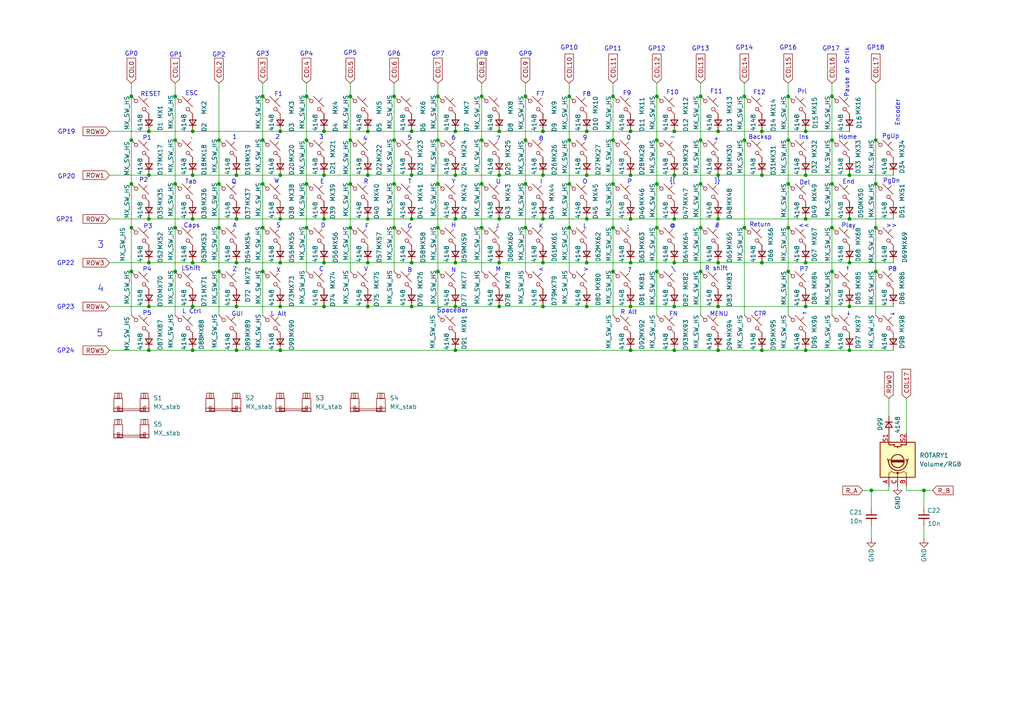
<source format=kicad_sch>
(kicad_sch (version 20231120) (generator "eeschema") (generator_version "8.0")
  (paper "A4")
  (junction (at 182.88 50.8))
  (junction (at 177.8 78.74))
  (junction (at 114.3 66.04))
  (junction (at 119.38 63.5))
  (junction (at 203.2 27.94))
  (junction (at 43.18 38.1))
  (junction (at 38.1 40.64))
  (junction (at 203.2 78.74))
  (junction (at 190.5 53.34))
  (junction (at 93.98 76.2))
  (junction (at 170.18 88.9))
  (junction (at 195.58 101.6))
  (junction (at 233.68 38.1))
  (junction (at 157.48 63.5))
  (junction (at 139.7 66.04))
  (junction (at 190.5 40.64))
  (junction (at 106.68 63.5))
  (junction (at 55.88 63.5))
  (junction (at 38.1 78.74))
  (junction (at 106.68 38.1))
  (junction (at 55.88 38.1))
  (junction (at 195.58 38.1))
  (junction (at 228.6 53.34))
  (junction (at 215.9 40.64))
  (junction (at 152.4 66.04))
  (junction (at 246.38 76.2))
  (junction (at 88.9 27.94))
  (junction (at 114.3 40.64))
  (junction (at 190.5 27.94))
  (junction (at 220.98 50.8))
  (junction (at 68.58 50.8))
  (junction (at 157.48 88.9))
  (junction (at 215.9 27.94))
  (junction (at 114.3 27.94))
  (junction (at 177.8 27.94))
  (junction (at 68.58 63.5))
  (junction (at 152.4 40.64))
  (junction (at 157.48 50.8))
  (junction (at 241.3 27.94))
  (junction (at 127 27.94))
  (junction (at 228.6 66.04))
  (junction (at 233.68 88.9))
  (junction (at 182.88 38.1))
  (junction (at 195.58 50.8))
  (junction (at 228.6 40.64))
  (junction (at 228.6 27.94))
  (junction (at 101.6 66.04))
  (junction (at 220.98 38.1))
  (junction (at 38.1 66.04))
  (junction (at 195.58 63.5))
  (junction (at 43.18 76.2))
  (junction (at 144.78 38.1))
  (junction (at 177.8 53.34))
  (junction (at 144.78 50.8))
  (junction (at 254 53.34))
  (junction (at 43.18 63.5))
  (junction (at 76.2 66.04))
  (junction (at 190.5 66.04))
  (junction (at 76.2 27.94))
  (junction (at 132.08 63.5))
  (junction (at 195.58 88.9))
  (junction (at 55.88 50.8))
  (junction (at 267.97 142.24))
  (junction (at 50.8 66.04))
  (junction (at 93.98 63.5))
  (junction (at 170.18 63.5))
  (junction (at 127 78.74))
  (junction (at 182.88 76.2))
  (junction (at 220.98 101.6))
  (junction (at 254 78.74))
  (junction (at 93.98 88.9))
  (junction (at 165.1 27.94))
  (junction (at 144.78 76.2))
  (junction (at 152.4 53.34))
  (junction (at 203.2 40.64))
  (junction (at 208.28 76.2))
  (junction (at 182.88 101.6))
  (junction (at 144.78 88.9))
  (junction (at 55.88 76.2))
  (junction (at 43.18 101.6))
  (junction (at 106.68 76.2))
  (junction (at 81.28 101.6))
  (junction (at 246.38 50.8))
  (junction (at 241.3 66.04))
  (junction (at 139.7 53.34))
  (junction (at 63.5 53.34))
  (junction (at 165.1 53.34))
  (junction (at 93.98 38.1))
  (junction (at 195.58 76.2))
  (junction (at 233.68 63.5))
  (junction (at 246.38 101.6))
  (junction (at 170.18 38.1))
  (junction (at 170.18 76.2))
  (junction (at 246.38 88.9))
  (junction (at 81.28 38.1))
  (junction (at 63.5 66.04))
  (junction (at 132.08 76.2))
  (junction (at 119.38 76.2))
  (junction (at 127 40.64))
  (junction (at 101.6 40.64))
  (junction (at 215.9 66.04))
  (junction (at 208.28 38.1))
  (junction (at 165.1 66.04))
  (junction (at 114.3 53.34))
  (junction (at 106.68 88.9))
  (junction (at 127 66.04))
  (junction (at 81.28 76.2))
  (junction (at 157.48 38.1))
  (junction (at 177.8 66.04))
  (junction (at 190.5 78.74))
  (junction (at 132.08 50.8))
  (junction (at 88.9 40.64))
  (junction (at 208.28 63.5))
  (junction (at 165.1 40.64))
  (junction (at 50.8 78.74))
  (junction (at 63.5 40.64))
  (junction (at 76.2 40.64))
  (junction (at 43.18 88.9))
  (junction (at 132.08 88.9))
  (junction (at 68.58 88.9))
  (junction (at 132.08 38.1))
  (junction (at 208.28 50.8))
  (junction (at 203.2 53.34))
  (junction (at 220.98 76.2))
  (junction (at 132.08 101.6))
  (junction (at 106.68 50.8))
  (junction (at 241.3 40.64))
  (junction (at 76.2 53.34))
  (junction (at 252.73 142.24))
  (junction (at 170.18 50.8))
  (junction (at 63.5 78.74))
  (junction (at 254 66.04))
  (junction (at 254 40.64))
  (junction (at 228.6 78.74))
  (junction (at 182.88 63.5))
  (junction (at 177.8 40.64))
  (junction (at 241.3 53.34))
  (junction (at 50.8 27.94))
  (junction (at 88.9 66.04))
  (junction (at 246.38 63.5))
  (junction (at 81.28 63.5))
  (junction (at 157.48 76.2))
  (junction (at 81.28 50.8))
  (junction (at 38.1 27.94))
  (junction (at 152.4 27.94))
  (junction (at 50.8 40.64))
  (junction (at 43.18 50.8))
  (junction (at 81.28 88.9))
  (junction (at 119.38 38.1))
  (junction (at 182.88 88.9))
  (junction (at 233.68 50.8))
  (junction (at 93.98 50.8))
  (junction (at 139.7 40.64))
  (junction (at 233.68 101.6))
  (junction (at 101.6 27.94))
  (junction (at 233.68 76.2))
  (junction (at 38.1 53.34))
  (junction (at 88.9 53.34))
  (junction (at 50.8 53.34))
  (junction (at 139.7 27.94))
  (junction (at 68.58 76.2))
  (junction (at 208.28 101.6))
  (junction (at 144.78 63.5))
  (junction (at 55.88 88.9))
  (junction (at 203.2 66.04))
  (junction (at 55.88 101.6))
  (junction (at 119.38 50.8))
  (junction (at 119.38 88.9))
  (junction (at 68.58 101.6))
  (junction (at 76.2 78.74))
  (junction (at 127 53.34))
  (junction (at 208.28 88.9))
  (junction (at 101.6 53.34))
  (junction (at 241.3 78.74))
  (wire (pts (xy 254 40.64) (xy 254 53.34)))
  (wire (pts (xy 165.1 66.04) (xy 165.1 78.74)))
  (wire (pts (xy 157.48 50.8) (xy 170.18 50.8)))
  (wire (pts (xy 215.9 24.13) (xy 215.9 27.94)))
  (wire (pts (xy 43.18 76.2) (xy 55.88 76.2)))
  (wire (pts (xy 31.75 88.9) (xy 43.18 88.9)))
  (wire (pts (xy 88.9 40.64) (xy 88.9 53.34)))
  (wire (pts (xy 228.6 27.94) (xy 228.6 40.64)))
  (wire (pts (xy 165.1 40.64) (xy 165.1 53.34)))
  (wire (pts (xy 81.28 101.6) (xy 132.08 101.6)))
  (wire (pts (xy 132.08 38.1) (xy 144.78 38.1)))
  (wire (pts (xy 190.5 66.04) (xy 190.5 78.74)))
  (wire (pts (xy 139.7 24.13) (xy 139.7 27.94)))
  (wire (pts (xy 177.8 27.94) (xy 177.8 40.64)))
  (wire (pts (xy 241.3 66.04) (xy 241.3 78.74)))
  (wire (pts (xy 182.88 63.5) (xy 195.58 63.5)))
  (wire (pts (xy 195.58 101.6) (xy 208.28 101.6)))
  (wire (pts (xy 114.3 53.34) (xy 114.3 66.04)))
  (wire (pts (xy 106.68 88.9) (xy 119.38 88.9)))
  (wire (pts (xy 182.88 101.6) (xy 195.58 101.6)))
  (wire (pts (xy 76.2 24.13) (xy 76.2 27.94)))
  (wire (pts (xy 257.81 142.24) (xy 257.81 140.97)))
  (wire (pts (xy 246.38 76.2) (xy 259.08 76.2)))
  (wire (pts (xy 267.97 147.32) (xy 267.97 142.24)))
  (wire (pts (xy 144.78 88.9) (xy 157.48 88.9)))
  (wire (pts (xy 132.08 76.2) (xy 144.78 76.2)))
  (wire (pts (xy 81.28 63.5) (xy 93.98 63.5)))
  (wire (pts (xy 254 78.74) (xy 254 91.44)))
  (wire (pts (xy 241.3 78.74) (xy 241.3 91.44)))
  (wire (pts (xy 139.7 27.94) (xy 139.7 40.64)))
  (wire (pts (xy 190.5 40.64) (xy 190.5 53.34)))
  (wire (pts (xy 68.58 76.2) (xy 81.28 76.2)))
  (wire (pts (xy 81.28 76.2) (xy 93.98 76.2)))
  (wire (pts (xy 233.68 88.9) (xy 246.38 88.9)))
  (wire (pts (xy 241.3 27.94) (xy 241.3 40.64)))
  (wire (pts (xy 31.75 101.6) (xy 43.18 101.6)))
  (wire (pts (xy 208.28 38.1) (xy 220.98 38.1)))
  (wire (pts (xy 119.38 50.8) (xy 132.08 50.8)))
  (wire (pts (xy 101.6 24.13) (xy 101.6 27.94)))
  (wire (pts (xy 106.68 38.1) (xy 119.38 38.1)))
  (wire (pts (xy 228.6 53.34) (xy 228.6 66.04)))
  (wire (pts (xy 177.8 53.34) (xy 177.8 66.04)))
  (wire (pts (xy 233.68 38.1) (xy 246.38 38.1)))
  (wire (pts (xy 127 66.04) (xy 127 78.74)))
  (wire (pts (xy 127 53.34) (xy 127 66.04)))
  (wire (pts (xy 55.88 63.5) (xy 68.58 63.5)))
  (wire (pts (xy 157.48 88.9) (xy 170.18 88.9)))
  (wire (pts (xy 55.88 76.2) (xy 68.58 76.2)))
  (wire (pts (xy 31.75 50.8) (xy 43.18 50.8)))
  (wire (pts (xy 267.97 142.24) (xy 270.51 142.24)))
  (wire (pts (xy 220.98 101.6) (xy 233.68 101.6)))
  (wire (pts (xy 38.1 27.94) (xy 38.1 40.64)))
  (wire (pts (xy 50.8 24.13) (xy 50.8 27.94)))
  (wire (pts (xy 106.68 50.8) (xy 119.38 50.8)))
  (wire (pts (xy 55.88 88.9) (xy 68.58 88.9)))
  (wire (pts (xy 170.18 63.5) (xy 182.88 63.5)))
  (wire (pts (xy 152.4 66.04) (xy 152.4 78.74)))
  (wire (pts (xy 106.68 63.5) (xy 119.38 63.5)))
  (wire (pts (xy 152.4 40.64) (xy 152.4 53.34)))
  (wire (pts (xy 190.5 78.74) (xy 190.5 91.44)))
  (wire (pts (xy 228.6 78.74) (xy 228.6 91.44)))
  (wire (pts (xy 182.88 50.8) (xy 195.58 50.8)))
  (wire (pts (xy 55.88 101.6) (xy 68.58 101.6)))
  (wire (pts (xy 190.5 24.13) (xy 190.5 27.94)))
  (wire (pts (xy 165.1 24.13) (xy 165.1 27.94)))
  (wire (pts (xy 215.9 66.04) (xy 215.9 91.44)))
  (wire (pts (xy 139.7 66.04) (xy 139.7 78.74)))
  (wire (pts (xy 246.38 101.6) (xy 259.08 101.6)))
  (wire (pts (xy 254 66.04) (xy 254 78.74)))
  (wire (pts (xy 246.38 63.5) (xy 259.08 63.5)))
  (wire (pts (xy 43.18 101.6) (xy 55.88 101.6)))
  (wire (pts (xy 252.73 142.24) (xy 257.81 142.24)))
  (wire (pts (xy 195.58 76.2) (xy 208.28 76.2)))
  (wire (pts (xy 50.8 53.34) (xy 50.8 66.04)))
  (wire (pts (xy 246.38 50.8) (xy 259.08 50.8)))
  (wire (pts (xy 157.48 63.5) (xy 170.18 63.5)))
  (wire (pts (xy 139.7 53.34) (xy 139.7 66.04)))
  (wire (pts (xy 81.28 50.8) (xy 93.98 50.8)))
  (wire (pts (xy 203.2 27.94) (xy 203.2 40.64)))
  (wire (pts (xy 144.78 63.5) (xy 157.48 63.5)))
  (wire (pts (xy 50.8 66.04) (xy 50.8 78.74)))
  (wire (pts (xy 101.6 66.04) (xy 101.6 78.74)))
  (wire (pts (xy 250.19 142.24) (xy 252.73 142.24)))
  (wire (pts (xy 132.08 88.9) (xy 144.78 88.9)))
  (wire (pts (xy 114.3 40.64) (xy 114.3 53.34)))
  (wire (pts (xy 203.2 78.74) (xy 203.2 91.44)))
  (wire (pts (xy 55.88 50.8) (xy 68.58 50.8)))
  (wire (pts (xy 132.08 101.6) (xy 182.88 101.6)))
  (wire (pts (xy 114.3 24.13) (xy 114.3 27.94)))
  (wire (pts (xy 267.97 156.21) (xy 267.97 152.4)))
  (wire (pts (xy 241.3 40.64) (xy 241.3 53.34)))
  (wire (pts (xy 246.38 88.9) (xy 259.08 88.9)))
  (wire (pts (xy 182.88 76.2) (xy 195.58 76.2)))
  (wire (pts (xy 127 27.94) (xy 127 40.64)))
  (wire (pts (xy 177.8 66.04) (xy 177.8 78.74)))
  (wire (pts (xy 50.8 78.74) (xy 50.8 91.44)))
  (wire (pts (xy 233.68 101.6) (xy 246.38 101.6)))
  (wire (pts (xy 88.9 27.94) (xy 88.9 40.64)))
  (wire (pts (xy 38.1 78.74) (xy 38.1 91.44)))
  (wire (pts (xy 76.2 78.74) (xy 76.2 91.44)))
  (wire (pts (xy 177.8 40.64) (xy 177.8 53.34)))
  (wire (pts (xy 195.58 38.1) (xy 208.28 38.1)))
  (wire (pts (xy 233.68 50.8) (xy 246.38 50.8)))
  (wire (pts (xy 68.58 88.9) (xy 81.28 88.9)))
  (wire (pts (xy 68.58 101.6) (xy 81.28 101.6)))
  (wire (pts (xy 233.68 63.5) (xy 246.38 63.5)))
  (wire (pts (xy 182.88 38.1) (xy 195.58 38.1)))
  (wire (pts (xy 132.08 50.8) (xy 144.78 50.8)))
  (wire (pts (xy 76.2 66.04) (xy 76.2 78.74)))
  (wire (pts (xy 43.18 88.9) (xy 55.88 88.9)))
  (wire (pts (xy 157.48 76.2) (xy 170.18 76.2)))
  (wire (pts (xy 101.6 27.94) (xy 101.6 40.64)))
  (wire (pts (xy 170.18 88.9) (xy 182.88 88.9)))
  (wire (pts (xy 165.1 53.34) (xy 165.1 66.04)))
  (wire (pts (xy 152.4 24.13) (xy 152.4 27.94)))
  (wire (pts (xy 195.58 88.9) (xy 208.28 88.9)))
  (wire (pts (xy 127 78.74) (xy 127 91.44)))
  (wire (pts (xy 144.78 76.2) (xy 157.48 76.2)))
  (wire (pts (xy 220.98 76.2) (xy 233.68 76.2)))
  (wire (pts (xy 257.81 115.57) (xy 257.81 120.65)))
  (wire (pts (xy 195.58 63.5) (xy 208.28 63.5)))
  (wire (pts (xy 93.98 76.2) (xy 106.68 76.2)))
  (wire (pts (xy 177.8 24.13) (xy 177.8 27.94)))
  (wire (pts (xy 190.5 53.34) (xy 190.5 66.04)))
  (wire (pts (xy 170.18 50.8) (xy 182.88 50.8)))
  (wire (pts (xy 208.28 88.9) (xy 233.68 88.9)))
  (wire (pts (xy 262.89 142.24) (xy 262.89 140.97)))
  (wire (pts (xy 203.2 40.64) (xy 203.2 53.34)))
  (wire (pts (xy 38.1 66.04) (xy 38.1 78.74)))
  (wire (pts (xy 228.6 24.13) (xy 228.6 27.94)))
  (wire (pts (xy 31.75 76.2) (xy 43.18 76.2)))
  (wire (pts (xy 76.2 27.94) (xy 76.2 40.64)))
  (wire (pts (xy 63.5 78.74) (xy 63.5 91.44)))
  (wire (pts (xy 93.98 88.9) (xy 106.68 88.9)))
  (wire (pts (xy 101.6 40.64) (xy 101.6 53.34)))
  (wire (pts (xy 63.5 66.04) (xy 63.5 78.74)))
  (wire (pts (xy 63.5 40.64) (xy 63.5 53.34)))
  (wire (pts (xy 31.75 38.1) (xy 43.18 38.1)))
  (wire (pts (xy 203.2 24.13) (xy 203.2 27.94)))
  (wire (pts (xy 50.8 40.64) (xy 50.8 53.34)))
  (wire (pts (xy 93.98 38.1) (xy 106.68 38.1)))
  (wire (pts (xy 106.68 76.2) (xy 119.38 76.2)))
  (wire (pts (xy 88.9 53.34) (xy 88.9 66.04)))
  (wire (pts (xy 228.6 40.64) (xy 228.6 53.34)))
  (wire (pts (xy 88.9 24.13) (xy 88.9 27.94)))
  (wire (pts (xy 31.75 63.5) (xy 43.18 63.5)))
  (wire (pts (xy 215.9 27.94) (xy 215.9 40.64)))
  (wire (pts (xy 254 24.13) (xy 254 40.64)))
  (wire (pts (xy 252.73 147.32) (xy 252.73 142.24)))
  (wire (pts (xy 139.7 40.64) (xy 139.7 53.34)))
  (wire (pts (xy 144.78 38.1) (xy 157.48 38.1)))
  (wire (pts (xy 43.18 38.1) (xy 55.88 38.1)))
  (wire (pts (xy 101.6 53.34) (xy 101.6 66.04)))
  (wire (pts (xy 165.1 27.94) (xy 165.1 40.64)))
  (wire (pts (xy 252.73 152.4) (xy 252.73 156.21)))
  (wire (pts (xy 68.58 63.5) (xy 81.28 63.5)))
  (wire (pts (xy 220.98 38.1) (xy 233.68 38.1)))
  (wire (pts (xy 182.88 88.9) (xy 195.58 88.9)))
  (wire (pts (xy 81.28 88.9) (xy 93.98 88.9)))
  (wire (pts (xy 208.28 63.5) (xy 233.68 63.5)))
  (wire (pts (xy 50.8 27.94) (xy 50.8 40.64)))
  (wire (pts (xy 267.97 142.24) (xy 262.89 142.24)))
  (wire (pts (xy 195.58 50.8) (xy 208.28 50.8)))
  (wire (pts (xy 170.18 76.2) (xy 182.88 76.2)))
  (wire (pts (xy 254 53.34) (xy 254 66.04)))
  (wire (pts (xy 157.48 38.1) (xy 170.18 38.1)))
  (wire (pts (xy 114.3 27.94) (xy 114.3 40.64)))
  (wire (pts (xy 190.5 27.94) (xy 190.5 40.64)))
  (wire (pts (xy 119.38 76.2) (xy 132.08 76.2)))
  (wire (pts (xy 208.28 101.6) (xy 220.98 101.6)))
  (wire (pts (xy 68.58 50.8) (xy 81.28 50.8)))
  (wire (pts (xy 63.5 53.34) (xy 63.5 66.04)))
  (wire (pts (xy 38.1 24.13) (xy 38.1 27.94)))
  (wire (pts (xy 233.68 76.2) (xy 246.38 76.2)))
  (wire (pts (xy 93.98 63.5) (xy 106.68 63.5)))
  (wire (pts (xy 262.89 115.57) (xy 262.89 125.73)))
  (wire (pts (xy 119.38 38.1) (xy 132.08 38.1)))
  (wire (pts (xy 76.2 40.64) (xy 76.2 53.34)))
  (wire (pts (xy 38.1 40.64) (xy 38.1 53.34)))
  (wire (pts (xy 203.2 53.34) (xy 203.2 66.04)))
  (wire (pts (xy 220.98 50.8) (xy 233.68 50.8)))
  (wire (pts (xy 152.4 53.34) (xy 152.4 66.04)))
  (wire (pts (xy 63.5 24.13) (xy 63.5 40.64)))
  (wire (pts (xy 208.28 50.8) (xy 220.98 50.8)))
  (wire (pts (xy 76.2 53.34) (xy 76.2 66.04)))
  (wire (pts (xy 241.3 24.13) (xy 241.3 27.94)))
  (wire (pts (xy 43.18 50.8) (xy 55.88 50.8)))
  (wire (pts (xy 208.28 76.2) (xy 220.98 76.2)))
  (wire (pts (xy 228.6 66.04) (xy 228.6 78.74)))
  (wire (pts (xy 81.28 38.1) (xy 93.98 38.1)))
  (wire (pts (xy 43.18 63.5) (xy 55.88 63.5)))
  (wire (pts (xy 55.88 38.1) (xy 81.28 38.1)))
  (wire (pts (xy 132.08 63.5) (xy 144.78 63.5)))
  (wire (pts (xy 215.9 40.64) (xy 215.9 66.04)))
  (wire (pts (xy 38.1 53.34) (xy 38.1 66.04)))
  (wire (pts (xy 144.78 50.8) (xy 157.48 50.8)))
  (wire (pts (xy 152.4 27.94) (xy 152.4 40.64)))
  (wire (pts (xy 203.2 66.04) (xy 203.2 78.74)))
  (wire (pts (xy 119.38 63.5) (xy 132.08 63.5)))
  (wire (pts (xy 114.3 66.04) (xy 114.3 78.74)))
  (wire (pts (xy 177.8 78.74) (xy 177.8 91.44)))
  (wire (pts (xy 170.18 38.1) (xy 182.88 38.1)))
  (wire (pts (xy 127 40.64) (xy 127 53.34)))
  (wire (pts (xy 127 24.13) (xy 127 27.94)))
  (wire (pts (xy 241.3 53.34) (xy 241.3 66.04)))
  (wire (pts (xy 93.98 50.8) (xy 106.68 50.8)))
  (wire (pts (xy 88.9 66.04) (xy 88.9 78.74)))
  (wire (pts (xy 119.38 88.9) (xy 132.08 88.9)))
  (text "5" (at 118.872 40.132 0) (effects (font (size 1.27 1.27))))
  (text "O" (at 169.672 52.832 0) (effects (font (size 1.27 1.27))))
  (text "GP10" (at 165.1 13.97 0) (effects (font (size 1.27 1.27))))
  (text "P2" (at 41.656 52.324 0) (effects (font (size 1.27 1.27))))
  (text "GP2" (at 63.5 16.002 0) (effects (font (size 1.27 1.27))))
  (text "Q" (at 67.818 52.832 0) (effects (font (size 1.27 1.27))))
  (text "8" (at 156.972 40.386 0) (effects (font (size 1.27 1.27))))
  (text "GP17" (at 241.046 14.224 0) (effects (font (size 1.27 1.27))))
  (text "L Alt" (at 80.772 91.186 0) (effects (font (size 1.27 1.27))))
  (text "PgDn" (at 258.572 52.578 0) (effects (font (size 1.27 1.27))))
  (text "GP20" (at 19.304 51.308 0) (effects (font (size 1.27 1.27))))
  (text "GP1" (at 51.054 16.002 0) (effects (font (size 1.27 1.27))))
  (text "`" (at 55.626 40.894 0) (effects (font (size 1.27 1.27))))
  (text "↑" (at 245.872 77.978 0) (effects (font (size 1.27 1.27))))
  (text "A" (at 68.072 65.532 0) (effects (font (size 1.27 1.27))))
  (text "F9" (at 181.864 27.178 0) (effects (font (size 1.27 1.27))))
  (text "R shift" (at 207.772 77.978 0) (effects (font (size 1.27 1.27))))
  (text "7" (at 144.526 40.386 0) (effects (font (size 1.27 1.27))))
  (text "GP18" (at 254 13.97 0) (effects (font (size 1.27 1.27))))
  (text "GP21" (at 18.796 63.754 0) (effects (font (size 1.27 1.27))))
  (text "J" (at 144.272 65.786 0) (effects (font (size 1.27 1.27))))
  (text "F" (at 106.426 65.786 0) (effects (font (size 1.27 1.27))))
  (text "<" (at 156.972 78.232 0) (effects (font (size 1.27 1.27))))
  (text "W" (at 80.264 52.578 0) (effects (font (size 1.27 1.27))))
  (text "Backsp" (at 220.472 39.878 0) (effects (font (size 1.27 1.27))))
  (text "F7" (at 156.718 27.432 0) (effects (font (size 1.27 1.27))))
  (text "]}" (at 208.026 52.578 0) (effects (font (size 1.27 1.27))))
  (text "F10" (at 195.072 26.924 0) (effects (font (size 1.27 1.27))))
  (text "Y" (at 131.572 52.832 0) (effects (font (size 1.27 1.27))))
  (text "#" (at 208.026 65.532 0) (effects (font (size 1.27 1.27))))
  (text "P5" (at 42.672 90.932 0) (effects (font (size 1.27 1.27))))
  (text "E" (at 93.472 52.832 0) (effects (font (size 1.27 1.27))))
  (text "P1" (at 42.672 40.132 0) (effects (font (size 1.27 1.27))))
  (text "1" (at 68.072 39.878 0) (effects (font (size 1.27 1.27))))
  (text "GP6" (at 114.3 15.748 0) (effects (font (size 1.27 1.27))))
  (text "GP8" (at 139.7 15.748 0) (effects (font (size 1.27 1.27))))
  (text "P" (at 182.626 52.832 0) (effects (font (size 1.27 1.27))))
  (text "R Alt" (at 182.372 90.678 0) (effects (font (size 1.27 1.27))))
  (text "GP3" (at 76.2 15.748 0) (effects (font (size 1.27 1.27))))
  (text "6" (at 131.572 40.132 0) (effects (font (size 1.27 1.27))))
  (text "Z" (at 68.072 78.232 0) (effects (font (size 1.27 1.27))))
  (text "ESC" (at 55.626 27.178 0) (effects (font (size 1.27 1.27))))
  (text "3" (at 29.21 71.12 0) (effects (font (size 2 2))))
  (text "GP9" (at 152.4 15.748 0) (effects (font (size 1.27 1.27))))
  (text "GP7" (at 127 15.748 0) (effects (font (size 1.27 1.27))))
  (text "X" (at 80.772 78.486 0) (effects (font (size 1.27 1.27))))
  (text "H" (at 131.572 65.532 0) (effects (font (size 1.27 1.27))))
  (text "?" (at 182.626 78.486 0) (effects (font (size 1.27 1.27))))
  (text "I" (at 156.972 52.832 0) (effects (font (size 1.27 1.27))))
  (text "L Ctrl" (at 55.626 90.424 0) (effects (font (size 1.27 1.27))))
  (text "3" (at 93.218 39.878 0) (effects (font (size 1.27 1.27))))
  (text "P3" (at 42.926 65.786 0) (effects (font (size 1.27 1.27))))
  (text "-" (at 195.072 39.878 0) (effects (font (size 1.27 1.27))))
  (text ";" (at 182.118 65.786 0) (effects (font (size 1.27 1.27))))
  (text "B" (at 118.872 78.486 0) (effects (font (size 1.27 1.27))))
  (text "P7" (at 233.172 78.232 0) (effects (font (size 1.27 1.27))))
  (text "~" (at 135.128 104.14 0) (effects (font (size 1.27 1.27))))
  (text "L" (at 169.672 65.786 0) (effects (font (size 1.27 1.27))))
  (text "GP11" (at 177.8 14.224 0) (effects (font (size 1.27 1.27))))
  (text "GP12" (at 190.5 14.224 0) (effects (font (size 1.27 1.27))))
  (text "End" (at 246.126 52.832 0) (effects (font (size 1.27 1.27))))
  (text "Pause or Scrlk" (at 245.618 21.082 90) (effects (font (size 1.27 1.27))))
  (text "GP5" (at 101.6 15.494 0) (effects (font (size 1.27 1.27))))
  (text "F8" (at 170.18 27.432 0) (effects (font (size 1.27 1.27))))
  (text "Return" (at 220.472 65.278 0) (effects (font (size 1.27 1.27))))
  (text "~" (at 135.382 104.14 0) (effects (font (size 1.27 1.27))))
  (text "K" (at 156.972 65.786 0) (effects (font (size 1.27 1.27))))
  (text "U" (at 144.526 52.832 0) (effects (font (size 1.27 1.27))))
  (text "Ins" (at 233.172 39.878 0) (effects (font (size 1.27 1.27))))
  (text "R" (at 106.172 52.832 0) (effects (font (size 1.27 1.27))))
  (text "LShift" (at 55.372 77.978 0) (effects (font (size 1.27 1.27))))
  (text "D" (at 93.726 65.532 0) (effects (font (size 1.27 1.27))))
  (text "GP4" (at 88.9 15.748 0) (effects (font (size 1.27 1.27))))
  (text "<<" (at 233.172 65.532 0) (effects (font (size 1.27 1.27))))
  (text "RESET" (at 43.688 27.432 0) (effects (font (size 1.27 1.27))))
  (text "9" (at 169.672 40.132 0) (effects (font (size 1.27 1.27))))
  (text "FN" (at 195.326 91.186 0) (effects (font (size 1.27 1.27))))
  (text "V" (at 106.172 78.232 0) (effects (font (size 1.27 1.27))))
  (text "PgUp" (at 258.318 39.624 0) (effects (font (size 1.27 1.27))))
  (text "+" (at 207.772 40.386 0) (effects (font (size 1.27 1.27))))
  (text "Caps" (at 55.626 65.532 0) (effects (font (size 1.27 1.27))))
  (text "{[" (at 195.072 52.578 0) (effects (font (size 1.27 1.27))))
  (text "P4" (at 42.672 78.232 0) (effects (font (size 1.27 1.27))))
  (text "Play" (at 246.126 65.532 0) (effects (font (size 1.27 1.27))))
  (text "GP23" (at 19.05 89.154 0) (effects (font (size 1.27 1.27))))
  (text "Home" (at 245.872 39.878 0) (effects (font (size 1.27 1.27))))
  (text "S" (at 80.772 65.532 0) (effects (font (size 1.27 1.27))))
  (text "F11" (at 207.772 26.67 0) (effects (font (size 1.27 1.27))))
  (text "GP19" (at 19.304 38.354 0) (effects (font (size 1.27 1.27))))
  (text ">" (at 169.926 78.232 0) (effects (font (size 1.27 1.27))))
  (text "@" (at 195.072 65.532 0) (effects (font (size 1.27 1.27))))
  (text "←" (at 233.426 90.932 0) (effects (font (size 1.27 1.27))))
  (text "F1" (at 80.772 27.432 0) (effects (font (size 1.27 1.27))))
  (text "GP13" (at 203.2 14.224 0) (effects (font (size 1.27 1.27))))
  (text "Del" (at 233.426 53.086 0) (effects (font (size 1.27 1.27))))
  (text "GP0" (at 38.1 15.748 0) (effects (font (size 1.27 1.27))))
  (text "Encoder" (at 260.35 32.766 90) (effects (font (size 1.27 1.27))))
  (text "P8" (at 258.826 78.232 0) (effects (font (size 1.27 1.27))))
  (text "F12" (at 220.218 26.924 0) (effects (font (size 1.27 1.27))))
  (text "SpaceBar" (at 131.318 90.17 0) (effects (font (size 1.27 1.27))))
  (text "4" (at 105.918 40.386 0) (effects (font (size 1.27 1.27))))
  (text "M" (at 144.526 78.232 0) (effects (font (size 1.27 1.27))))
  (text "C" (at 93.218 78.232 0) (effects (font (size 1.27 1.27))))
  (text "CTR" (at 220.472 91.186 0) (effects (font (size 1.27 1.27))))
  (text "↓" (at 246.126 90.932 0) (effects (font (size 1.27 1.27))))
  (text "\\" (at 195.326 78.232 0) (effects (font (size 1.27 1.27))))
  (text "→" (at 258.826 91.186 0) (effects (font (size 1.27 1.27))))
  (text "Tab" (at 55.372 52.832 0) (effects (font (size 1.27 1.27))))
  (text "GP14" (at 215.9 13.97 0) (effects (font (size 1.27 1.27))))
  (text "MENU" (at 208.534 91.186 0) (effects (font (size 1.27 1.27))))
  (text "N" (at 131.572 78.486 0) (effects (font (size 1.27 1.27))))
  (text "GP16" (at 228.6 13.97 0) (effects (font (size 1.27 1.27))))
  (text "0" (at 182.372 40.132 0) (effects (font (size 1.27 1.27))))
  (text "GUI" (at 68.834 91.186 0) (effects (font (size 1.27 1.27))))
  (text "2" (at 80.518 39.878 0) (effects (font (size 1.27 1.27))))
  (text "G" (at 118.872 65.786 0) (effects (font (size 1.27 1.27))))
  (text ">>" (at 258.572 65.532 0) (effects (font (size 1.27 1.27))))
  (text "GP22" (at 19.05 76.454 0) (effects (font (size 1.27 1.27))))
  (text "5" (at 28.956 96.774 0) (effects (font (size 2 2))))
  (text "T" (at 118.872 52.832 0) (effects (font (size 1.27 1.27))))
  (text "Prl" (at 232.664 26.67 0) (effects (font (size 1.27 1.27))))
  (text "4" (at 29.21 83.82 0) (effects (font (size 2 2))))
  (text "GP24" (at 19.05 101.854 0) (effects (font (size 1.27 1.27))))
  (global_label "ROW3" (shape input) (at 31.75 76.2 180) (property "Intersheetrefs" "${INTERSHEET_REFS}" (effects (hide yes))))
  (global_label "COL3" (shape input) (at 76.2 24.13 90) (property "Intersheetrefs" "${INTERSHEET_REFS}" (effects (hide yes))))
  (global_label "COL1" (shape input) (at 50.8 24.13 90) (property "Intersheetrefs" "${INTERSHEET_REFS}" (effects (hide yes))))
  (global_label "COL17" (shape input) (at 262.89 115.57 90) (property "Intersheetrefs" "${INTERSHEET_REFS}" (effects (hide yes))))
  (global_label "COL14" (shape input) (at 215.9 24.13 90) (property "Intersheetrefs" "${INTERSHEET_REFS}" (effects (hide yes))))
  (global_label "R_B" (shape input) (at 270.51 142.24 0) (property "Intersheetrefs" "${INTERSHEET_REFS}" (effects (hide yes))))
  (global_label "COL12" (shape input) (at 190.5 24.13 90) (property "Intersheetrefs" "${INTERSHEET_REFS}" (effects (hide yes))))
  (global_label "R_A" (shape input) (at 250.19 142.24 180) (property "Intersheetrefs" "${INTERSHEET_REFS}" (effects (hide yes))))
  (global_label "ROW4" (shape input) (at 31.75 88.9 180) (property "Intersheetrefs" "${INTERSHEET_REFS}" (effects (hide yes))))
  (global_label "COL17" (shape input) (at 254 24.13 90) (property "Intersheetrefs" "${INTERSHEET_REFS}" (effects (hide yes))))
  (global_label "COL2" (shape input) (at 63.5 24.13 90) (property "Intersheetrefs" "${INTERSHEET_REFS}" (effects (hide yes))))
  (global_label "ROW0" (shape input) (at 31.75 38.1 180) (property "Intersheetrefs" "${INTERSHEET_REFS}" (effects (hide yes))))
  (global_label "COL5" (shape input) (at 101.6 24.13 90) (property "Intersheetrefs" "${INTERSHEET_REFS}" (effects (hide yes))))
  (global_label "COL10" (shape input) (at 165.1 24.13 90) (property "Intersheetrefs" "${INTERSHEET_REFS}" (effects (hide yes))))
  (global_label "ROW1" (shape input) (at 31.75 50.8 180) (property "Intersheetrefs" "${INTERSHEET_REFS}" (effects (hide yes))))
  (global_label "COL0" (shape input) (at 38.1 24.13 90) (property "Intersheetrefs" "${INTERSHEET_REFS}" (effects (hide yes))))
  (global_label "COL13" (shape input) (at 203.2 24.13 90) (property "Intersheetrefs" "${INTERSHEET_REFS}" (effects (hide yes))))
  (global_label "ROW5" (shape input) (at 31.75 101.6 180) (property "Intersheetrefs" "${INTERSHEET_REFS}" (effects (hide yes))))
  (global_label "COL4" (shape input) (at 88.9 24.13 90) (property "Intersheetrefs" "${INTERSHEET_REFS}" (effects (hide yes))))
  (global_label "COL6" (shape input) (at 114.3 24.13 90) (property "Intersheetrefs" "${INTERSHEET_REFS}" (effects (hide yes))))
  (global_label "COL9" (shape input) (at 152.4 24.13 90) (property "Intersheetrefs" "${INTERSHEET_REFS}" (effects (hide yes))))
  (global_label "ROW2" (shape input) (at 31.75 63.5 180) (property "Intersheetrefs" "${INTERSHEET_REFS}" (effects (hide yes))))
  (global_label "COL7" (shape input) (at 127 24.13 90) (property "Intersheetrefs" "${INTERSHEET_REFS}" (effects (hide yes))))
  (global_label "COL16" (shape input) (at 241.3 24.13 90) (property "Intersheetrefs" "${INTERSHEET_REFS}" (effects (hide yes))))
  (global_label "COL8" (shape input) (at 139.7 24.13 90) (property "Intersheetrefs" "${INTERSHEET_REFS}" (effects (hide yes))))
  (global_label "COL11" (shape input) (at 177.8 24.13 90) (property "Intersheetrefs" "${INTERSHEET_REFS}" (effects (hide yes))))
  (global_label "COL15" (shape input) (at 228.6 24.13 90) (property "Intersheetrefs" "${INTERSHEET_REFS}" (effects (hide yes))))
  (global_label "ROW0" (shape input) (at 257.81 115.57 90) (property "Intersheetrefs" "${INTERSHEET_REFS}" (effects (hide yes))))
  (symbol (lib_id "marbastlib-mx:MX_SW_HS_CPG151101S11") (at 193.04 81.28 0) (unit 1)
    (property "Reference" "MX82" (at 198.882 81.534 90))
    (property "Value" "MX_SW_HS" (at 189.23 83.566 90))
    (property "Footprint" "marbastlib-mx:SW_MX_HS_CPG151101S11_1u" (effects (hide yes)))
    (property "Description" "Push button switch, normally open, two pins, 45° tilted, Kailh CPG151101S11 for Cherry MX style switches" (effects (hide yes)))
  )
  (symbol (lib_id "marbastlib-mx:MX_SW_HS_CPG151101S11") (at 167.64 55.88 0) (unit 1)
    (property "Reference" "MX45" (at 172.72 55.88 90))
    (property "Value" "MX_SW_HS" (at 163.83 57.912 90))
    (property "Footprint" "marbastlib-mx:SW_MX_HS_CPG151101S11_1u" (effects (hide yes)))
    (property "Description" "Push button switch, normally open, two pins, 45° tilted, Kailh CPG151101S11 for Cherry MX style switches" (effects (hide yes)))
  )
  (symbol (lib_id "Device:D_Small") (at 144.78 48.26 90) (unit 1)
    (property "Reference" "D25" (at 147.32 46.99 0) (effects (justify right)))
    (property "Value" "4148" (at 142.24 45.72 0) (effects (justify right)))
    (property "Footprint" "ScottoKeebs_Components:Diode_SOD-123" (effects (hide yes)))
    (property "Description" "Diode, small symbol" (effects (hide yes)))
    (property "Sim.Device" "D" (effects (hide yes)))
    (property "Sim.Pins" "1=K 2=A" (effects (hide yes)))
  )
  (symbol (lib_id "marbastlib-mx:MX_SW_HS_CPG151101S11") (at 231.14 30.48 0) (unit 1)
    (property "Reference" "MX15" (at 236.22 30.734 90))
    (property "Value" "MX_SW_HS" (at 227.33 32.766 90))
    (property "Footprint" "marbastlib-mx:SW_MX_HS_CPG151101S11_1u" (effects (hide yes)))
    (property "Description" "Push button switch, normally open, two pins, 45° tilted, Kailh CPG151101S11 for Cherry MX style switches" (effects (hide yes)))
  )
  (symbol (lib_id "marbastlib-mx:MX_SW_HS_CPG151101S11") (at 91.44 43.18 0) (unit 1)
    (property "Reference" "MX21" (at 96.52 43.18 90))
    (property "Value" "MX_SW_HS" (at 87.63 45.72 90))
    (property "Footprint" "marbastlib-mx:SW_MX_HS_CPG151101S11_1u" (effects (hide yes)))
    (property "Description" "Push button switch, normally open, two pins, 45° tilted, Kailh CPG151101S11 for Cherry MX style switches" (effects (hide yes)))
  )
  (symbol (lib_id "marbastlib-mx:MX_stab") (at 38.1 116.84 0) (unit 1)
    (property "Reference" "S1" (at 44.45 115.4429 0) (effects (justify left)))
    (property "Value" "MX_stab" (at 44.45 117.9829 0) (effects (justify left)))
    (property "Footprint" "ScottoKeebs_Stabilizer:Stabilizer_MX_2.00u" (effects (hide yes)))
    (property "Description" "Cherry MX-style stabilizer" (effects (hide yes)))
  )
  (symbol (lib_id "marbastlib-mx:MX_SW_HS_CPG151101S11") (at 180.34 55.88 0) (unit 1)
    (property "Reference" "MX46" (at 186.182 57.15 90))
    (property "Value" "MX_SW_HS" (at 176.53 57.912 90))
    (property "Footprint" "marbastlib-mx:SW_MX_HS_CPG151101S11_1u" (effects (hide yes)))
    (property "Description" "Push button switch, normally open, two pins, 45° tilted, Kailh CPG151101S11 for Cherry MX style switches" (effects (hide yes)))
  )
  (symbol (lib_id "marbastlib-mx:MX_SW_HS_CPG151101S11") (at 129.54 43.18 0) (unit 1)
    (property "Reference" "MX24" (at 134.62 43.18 90))
    (property "Value" "MX_SW_HS" (at 125.73 45.212 90))
    (property "Footprint" "marbastlib-mx:SW_MX_HS_CPG151101S11_1u" (effects (hide yes)))
    (property "Description" "Push button switch, normally open, two pins, 45° tilted, Kailh CPG151101S11 for Cherry MX style switches" (effects (hide yes)))
  )
  (symbol (lib_id "Device:D_Small") (at 157.48 60.96 90) (unit 1)
    (property "Reference" "D44" (at 160.02 59.69 0) (effects (justify right)))
    (property "Value" "4148" (at 154.94 58.42 0) (effects (justify right)))
    (property "Footprint" "ScottoKeebs_Components:Diode_SOD-123" (effects (hide yes)))
    (property "Description" "Diode, small symbol" (effects (hide yes)))
    (property "Sim.Device" "D" (effects (hide yes)))
    (property "Sim.Pins" "1=K 2=A" (effects (hide yes)))
  )
  (symbol (lib_id "Device:D_Small") (at 119.38 73.66 90) (unit 1)
    (property "Reference" "D58" (at 122.682 72.39 0) (effects (justify right)))
    (property "Value" "4148" (at 116.84 71.12 0) (effects (justify right)))
    (property "Footprint" "ScottoKeebs_Components:Diode_SOD-123" (effects (hide yes)))
    (property "Description" "Diode, small symbol" (effects (hide yes)))
    (property "Sim.Device" "D" (effects (hide yes)))
    (property "Sim.Pins" "1=K 2=A" (effects (hide yes)))
  )
  (symbol (lib_id "Device:D_Small") (at 93.98 86.36 90) (unit 1)
    (property "Reference" "D74" (at 96.52 85.09 0) (effects (justify right)))
    (property "Value" "4148" (at 91.44 83.82 0) (effects (justify right)))
    (property "Footprint" "ScottoKeebs_Components:Diode_SOD-123" (effects (hide yes)))
    (property "Description" "Diode, small symbol" (effects (hide yes)))
    (property "Sim.Device" "D" (effects (hide yes)))
    (property "Sim.Pins" "1=K 2=A" (effects (hide yes)))
  )
  (symbol (lib_id "marbastlib-mx:MX_SW_HS_CPG151101S11") (at 243.84 55.88 0) (unit 1)
    (property "Reference" "MX50" (at 249.682 57.15 90))
    (property "Value" "MX_SW_HS" (at 240.03 57.912 90))
    (property "Footprint" "marbastlib-mx:SW_MX_HS_CPG151101S11_1u" (effects (hide yes)))
    (property "Description" "Push button switch, normally open, two pins, 45° tilted, Kailh CPG151101S11 for Cherry MX style switches" (effects (hide yes)))
  )
  (symbol (lib_id "marbastlib-mx:MX_SW_HS_CPG151101S11") (at 180.34 93.98 0) (unit 1)
    (property "Reference" "MX92" (at 186.182 95.25 90))
    (property "Value" "MX_SW_HS" (at 176.53 96.266 90))
    (property "Footprint" "marbastlib-mx:SW_MX_HS_CPG151101S11_1.25u" (effects (hide yes)))
    (property "Description" "Push button switch, normally open, two pins, 45° tilted, Kailh CPG151101S11 for Cherry MX style switches" (effects (hide yes)))
  )
  (symbol (lib_id "marbastlib-mx:MX_SW_HS_CPG151101S11") (at 205.74 93.98 0) (unit 1)
    (property "Reference" "MX94" (at 211.582 95.25 90))
    (property "Value" "MX_SW_HS" (at 201.93 96.266 90))
    (property "Footprint" "marbastlib-mx:SW_MX_HS_CPG151101S11_1.25u" (effects (hide yes)))
    (property "Description" "Push button switch, normally open, two pins, 45° tilted, Kailh CPG151101S11 for Cherry MX style switches" (effects (hide yes)))
  )
  (symbol (lib_id "marbastlib-mx:MX_SW_HS_CPG151101S11") (at 116.84 30.48 0) (unit 1)
    (property "Reference" "MX6" (at 122.682 31.242 90))
    (property "Value" "MX_SW_HS" (at 113.03 32.512 90))
    (property "Footprint" "marbastlib-mx:SW_MX_HS_CPG151101S11_1u" (effects (hide yes)))
    (property "Description" "Push button switch, normally open, two pins, 45° tilted, Kailh CPG151101S11 for Cherry MX style switches" (effects (hide yes)))
  )
  (symbol (lib_id "Device:D_Small") (at 195.58 86.36 90) (unit 1)
    (property "Reference" "D82" (at 198.882 85.09 0) (effects (justify right)))
    (property "Value" "4148" (at 193.04 83.82 0) (effects (justify right)))
    (property "Footprint" "ScottoKeebs_Components:Diode_SOD-123" (effects (hide yes)))
    (property "Description" "Diode, small symbol" (effects (hide yes)))
    (property "Sim.Device" "D" (effects (hide yes)))
    (property "Sim.Pins" "1=K 2=A" (effects (hide yes)))
  )
  (symbol (lib_id "power:GND") (at 252.73 156.21 0) (mirror y) (unit 1)
    (property "Reference" "#PWR036" (effects (hide yes)))
    (property "Value" "GND" (at 252.73 159.004 90) (effects (justify right)))
    (property "Description" "Power symbol creates a global label with name \"GND\" , ground" (effects (hide yes)))
  )
  (symbol (lib_id "Device:D_Small") (at 132.08 60.96 90) (unit 1)
    (property "Reference" "D42" (at 134.62 59.69 0) (effects (justify right)))
    (property "Value" "4148" (at 129.54 58.42 0) (effects (justify right)))
    (property "Footprint" "ScottoKeebs_Components:Diode_SOD-123" (effects (hide yes)))
    (property "Description" "Diode, small symbol" (effects (hide yes)))
    (property "Sim.Device" "D" (effects (hide yes)))
    (property "Sim.Pins" "1=K 2=A" (effects (hide yes)))
  )
  (symbol (lib_id "Device:D_Small") (at 182.88 48.26 90) (unit 1)
    (property "Reference" "D28" (at 186.182 46.99 0) (effects (justify right)))
    (property "Value" "4148" (at 180.34 45.72 0) (effects (justify right)))
    (property "Footprint" "ScottoKeebs_Components:Diode_SOD-123" (effects (hide yes)))
    (property "Description" "Diode, small symbol" (effects (hide yes)))
    (property "Sim.Device" "D" (effects (hide yes)))
    (property "Sim.Pins" "1=K 2=A" (effects (hide yes)))
  )
  (symbol (lib_id "Device:D_Small") (at 233.68 35.56 90) (unit 1)
    (property "Reference" "D15" (at 236.474 33.528 0) (effects (justify right)))
    (property "Value" "4148" (at 231.14 33.02 0) (effects (justify right)))
    (property "Footprint" "ScottoKeebs_Components:Diode_SOD-123" (effects (hide yes)))
    (property "Description" "Diode, small symbol" (effects (hide yes)))
    (property "Sim.Device" "D" (effects (hide yes)))
    (property "Sim.Pins" "1=K 2=A" (effects (hide yes)))
  )
  (symbol (lib_id "Device:D_Small") (at 195.58 99.06 90) (unit 1)
    (property "Reference" "D93" (at 198.882 97.79 0) (effects (justify right)))
    (property "Value" "4148" (at 193.04 96.52 0) (effects (justify right)))
    (property "Footprint" "ScottoKeebs_Components:Diode_SOD-123" (effects (hide yes)))
    (property "Description" "Diode, small symbol" (effects (hide yes)))
    (property "Sim.Device" "D" (effects (hide yes)))
    (property "Sim.Pins" "1=K 2=A" (effects (hide yes)))
  )
  (symbol (lib_id "Device:D_Small") (at 246.38 86.36 90) (unit 1)
    (property "Reference" "D85" (at 248.92 84.582 0) (effects (justify right)))
    (property "Value" "4148" (at 243.84 83.82 0) (effects (justify right)))
    (property "Footprint" "ScottoKeebs_Components:Diode_SOD-123" (effects (hide yes)))
    (property "Description" "Diode, small symbol" (effects (hide yes)))
    (property "Sim.Device" "D" (effects (hide yes)))
    (property "Sim.Pins" "1=K 2=A" (effects (hide yes)))
  )
  (symbol (lib_id "marbastlib-mx:MX_SW_HS_CPG151101S11") (at 116.84 68.58 0) (unit 1)
    (property "Reference" "MX58" (at 122.682 69.85 90))
    (property "Value" "MX_SW_HS" (at 113.03 70.612 90))
    (property "Footprint" "marbastlib-mx:SW_MX_HS_CPG151101S11_1u" (effects (hide yes)))
    (property "Description" "Push button switch, normally open, two pins, 45° tilted, Kailh CPG151101S11 for Cherry MX style switches" (effects (hide yes)))
  )
  (symbol (lib_id "marbastlib-mx:MX_stab") (at 64.77 116.84 0) (unit 1)
    (property "Reference" "S2" (at 71.12 115.4429 0) (effects (justify left)))
    (property "Value" "MX_stab" (at 71.12 117.9829 0) (effects (justify left)))
    (property "Footprint" "ScottoKeebs_Stabilizer:Stabilizer_MX_2.00u" (effects (hide yes)))
    (property "Description" "Cherry MX-style stabilizer" (effects (hide yes)))
  )
  (symbol (lib_id "Device:D_Small") (at 233.68 48.26 90) (unit 1)
    (property "Reference" "D32" (at 236.22 46.482 0) (effects (justify right)))
    (property "Value" "4148" (at 231.14 45.72 0) (effects (justify right)))
    (property "Footprint" "ScottoKeebs_Components:Diode_SOD-123" (effects (hide yes)))
    (property "Description" "Diode, small symbol" (effects (hide yes)))
    (property "Sim.Device" "D" (effects (hide yes)))
    (property "Sim.Pins" "1=K 2=A" (effects (hide yes)))
  )
  (symbol (lib_id "marbastlib-mx:MX_SW_HS_CPG151101S11") (at 154.94 81.28 0) (unit 1)
    (property "Reference" "MX79" (at 160.782 82.55 90))
    (property "Value" "MX_SW_HS" (at 151.13 83.312 90))
    (property "Footprint" "marbastlib-mx:SW_MX_HS_CPG151101S11_1u" (effects (hide yes)))
    (property "Description" "Push button switch, normally open, two pins, 45° tilted, Kailh CPG151101S11 for Cherry MX style switches" (effects (hide yes)))
  )
  (symbol (lib_id "marbastlib-mx:MX_SW_HS_CPG151101S11") (at 231.14 43.18 0) (unit 1)
    (property "Reference" "MX32" (at 236.22 43.18 90))
    (property "Value" "MX_SW_HS" (at 227.33 45.466 90))
    (property "Footprint" "marbastlib-mx:SW_MX_HS_CPG151101S11_1u" (effects (hide yes)))
    (property "Description" "Push button switch, normally open, two pins, 45° tilted, Kailh CPG151101S11 for Cherry MX style switches" (effects (hide yes)))
  )
  (symbol (lib_id "marbastlib-mx:MX_SW_HS_CPG151101S11") (at 78.74 30.48 0) (unit 1)
    (property "Reference" "MX3" (at 84.582 31.242 90))
    (property "Value" "MX_SW_HS" (at 74.93 32.512 90))
    (property "Footprint" "marbastlib-mx:SW_MX_HS_CPG151101S11_1u" (effects (hide yes)))
    (property "Description" "Push button switch, normally open, two pins, 45° tilted, Kailh CPG151101S11 for Cherry MX style switches" (effects (hide yes)))
  )
  (symbol (lib_id "Device:D_Small") (at 182.88 73.66 90) (unit 1)
    (property "Reference" "D63" (at 186.182 72.39 0) (effects (justify right)))
    (property "Value" "4148" (at 180.34 71.12 0) (effects (justify right)))
    (property "Footprint" "ScottoKeebs_Components:Diode_SOD-123" (effects (hide yes)))
    (property "Description" "Diode, small symbol" (effects (hide yes)))
    (property "Sim.Device" "D" (effects (hide yes)))
    (property "Sim.Pins" "1=K 2=A" (effects (hide yes)))
  )
  (symbol (lib_id "marbastlib-mx:MX_SW_HS_CPG151101S11") (at 104.14 55.88 0) (unit 1)
    (property "Reference" "MX40" (at 109.22 55.88 90))
    (property "Value" "MX_SW_HS" (at 100.33 57.912 90))
    (property "Footprint" "marbastlib-mx:SW_MX_HS_CPG151101S11_1u" (effects (hide yes)))
    (property "Description" "Push button switch, normally open, two pins, 45° tilted, Kailh CPG151101S11 for Cherry MX style switches" (effects (hide yes)))
  )
  (symbol (lib_id "Device:D_Small") (at 119.38 35.56 90) (unit 1)
    (property "Reference" "D6" (at 122.682 35.56 0) (effects (justify right)))
    (property "Value" "4148" (at 116.84 33.02 0) (effects (justify right)))
    (property "Footprint" "ScottoKeebs_Components:Diode_SOD-123" (effects (hide yes)))
    (property "Description" "Diode, small symbol" (effects (hide yes)))
    (property "Sim.Device" "D" (effects (hide yes)))
    (property "Sim.Pins" "1=K 2=A" (effects (hide yes)))
  )
  (symbol (lib_id "Device:D_Small") (at 106.68 60.96 90) (unit 1)
    (property "Reference" "D40" (at 109.22 59.69 0) (effects (justify right)))
    (property "Value" "4148" (at 104.14 58.42 0) (effects (justify right)))
    (property "Footprint" "ScottoKeebs_Components:Diode_SOD-123" (effects (hide yes)))
    (property "Description" "Diode, small symbol" (effects (hide yes)))
    (property "Sim.Device" "D" (effects (hide yes)))
    (property "Sim.Pins" "1=K 2=A" (effects (hide yes)))
  )
  (symbol (lib_id "marbastlib-mx:MX_SW_HS_CPG151101S11") (at 205.74 30.48 0) (unit 1)
    (property "Reference" "MX13" (at 211.582 30.48 90))
    (property "Value" "MX_SW_HS" (at 201.93 32.766 90))
    (property "Footprint" "marbastlib-mx:SW_MX_HS_CPG151101S11_1u" (effects (hide yes)))
    (property "Description" "Push button switch, normally open, two pins, 45° tilted, Kailh CPG151101S11 for Cherry MX style switches" (effects (hide yes)))
  )
  (symbol (lib_id "marbastlib-mx:MX_SW_HS_CPG151101S11") (at 116.84 43.18 0) (unit 1)
    (property "Reference" "MX23" (at 121.92 43.18 90))
    (property "Value" "MX_SW_HS" (at 113.03 45.212 90))
    (property "Footprint" "marbastlib-mx:SW_MX_HS_CPG151101S11_1u" (effects (hide yes)))
    (property "Description" "Push button switch, normally open, two pins, 45° tilted, Kailh CPG151101S11 for Cherry MX style switches" (effects (hide yes)))
  )
  (symbol (lib_id "marbastlib-mx:MX_SW_HS_CPG151101S11") (at 231.14 68.58 0) (unit 1)
    (property "Reference" "MX67" (at 236.22 68.58 90))
    (property "Value" "MX_SW_HS" (at 227.33 70.866 90))
    (property "Footprint" "marbastlib-mx:SW_MX_HS_CPG151101S11_1u" (effects (hide yes)))
    (property "Description" "Push button switch, normally open, two pins, 45° tilted, Kailh CPG151101S11 for Cherry MX style switches" (effects (hide yes)))
  )
  (symbol (lib_id "Device:C_Small") (at 252.73 149.86 0) (mirror y) (unit 1)
    (property "Reference" "C21" (at 250.19 148.5962 0) (effects (justify left)))
    (property "Value" "10n" (at 250.19 151.1362 0) (effects (justify left)))
    (property "Footprint" "Capacitor_SMD:C_0805_2012Metric" (effects (hide yes)))
    (property "Description" "Unpolarized capacitor, small symbol" (effects (hide yes)))
  )
  (symbol (lib_id "Device:D_Small") (at 208.28 86.36 90) (unit 1)
    (property "Reference" "D83" (at 211.582 85.09 0) (effects (justify right)))
    (property "Value" "4148" (at 205.74 83.82 0) (effects (justify right)))
    (property "Footprint" "ScottoKeebs_Components:Diode_SOD-123" (effects (hide yes)))
    (property "Description" "Diode, small symbol" (effects (hide yes)))
    (property "Sim.Device" "D" (effects (hide yes)))
    (property "Sim.Pins" "1=K 2=A" (effects (hide yes)))
  )
  (symbol (lib_id "marbastlib-mx:MX_SW_HS_CPG151101S11") (at 66.04 68.58 0) (unit 1)
    (property "Reference" "MX54" (at 71.882 69.85 90))
    (property "Value" "MX_SW_HS" (at 62.23 70.612 90))
    (property "Footprint" "marbastlib-mx:SW_MX_HS_CPG151101S11_1u" (effects (hide yes)))
    (property "Description" "Push button switch, normally open, two pins, 45° tilted, Kailh CPG151101S11 for Cherry MX style switches" (effects (hide yes)))
  )
  (symbol (lib_id "marbastlib-mx:MX_SW_HS_CPG151101S11") (at 256.54 68.58 0) (unit 1)
    (property "Reference" "MX69" (at 262.382 69.85 90))
    (property "Value" "MX_SW_HS" (at 252.73 71.374 90))
    (property "Footprint" "marbastlib-mx:SW_MX_HS_CPG151101S11_1u" (effects (hide yes)))
    (property "Description" "Push button switch, normally open, two pins, 45° tilted, Kailh CPG151101S11 for Cherry MX style switches" (effects (hide yes)))
  )
  (symbol (lib_id "Device:D_Small") (at 170.18 60.96 90) (unit 1)
    (property "Reference" "D45" (at 172.72 59.69 0) (effects (justify right)))
    (property "Value" "4148" (at 167.64 58.42 0) (effects (justify right)))
    (property "Footprint" "ScottoKeebs_Components:Diode_SOD-123" (effects (hide yes)))
    (property "Description" "Diode, small symbol" (effects (hide yes)))
    (property "Sim.Device" "D" (effects (hide yes)))
    (property "Sim.Pins" "1=K 2=A" (effects (hide yes)))
  )
  (symbol (lib_id "marbastlib-mx:MX_SW_HS_CPG151101S11") (at 218.44 93.98 0) (unit 1)
    (property "Reference" "MX95" (at 224.282 95.25 90))
    (property "Value" "MX_SW_HS" (at 214.63 96.266 90))
    (property "Footprint" "marbastlib-mx:SW_MX_HS_CPG151101S11_1.25u" (effects (hide yes)))
    (property "Description" "Push button switch, normally open, two pins, 45° tilted, Kailh CPG151101S11 for Cherry MX style switches" (effects (hide yes)))
  )
  (symbol (lib_id "Device:D_Small") (at 93.98 48.26 90) (unit 1)
    (property "Reference" "D21" (at 96.52 46.736 0) (effects (justify right)))
    (property "Value" "4148" (at 91.44 45.72 0) (effects (justify right)))
    (property "Footprint" "ScottoKeebs_Components:Diode_SOD-123" (effects (hide yes)))
    (property "Description" "Diode, small symbol" (effects (hide yes)))
    (property "Sim.Device" "D" (effects (hide yes)))
    (property "Sim.Pins" "1=K 2=A" (effects (hide yes)))
  )
  (symbol (lib_id "marbastlib-mx:MX_SW_HS_CPG151101S11") (at 193.04 68.58 0) (unit 1)
    (property "Reference" "MX64" (at 198.882 69.85 90))
    (property "Value" "MX_SW_HS" (at 189.23 70.866 90))
    (property "Footprint" "marbastlib-mx:SW_MX_HS_CPG151101S11_1u" (effects (hide yes)))
    (property "Description" "Push button switch, normally open, two pins, 45° tilted, Kailh CPG151101S11 for Cherry MX style switches" (effects (hide yes)))
  )
  (symbol (lib_id "marbastlib-mx:MX_SW_HS_CPG151101S11") (at 78.74 43.18 0) (unit 1)
    (property "Reference" "MX20" (at 84.582 44.45 90))
    (property "Value" "MX_SW_HS" (at 74.93 45.212 90))
    (property "Footprint" "marbastlib-mx:SW_MX_HS_CPG151101S11_1u" (effects (hide yes)))
    (property "Description" "Push button switch, normally open, two pins, 45° tilted, Kailh CPG151101S11 for Cherry MX style switches" (effects (hide yes)))
  )
  (symbol (lib_id "marbastlib-mx:MX_SW_HS_CPG151101S11") (at 129.54 81.28 0) (unit 1)
    (property "Reference" "MX77" (at 134.62 81.28 90))
    (property "Value" "MX_SW_HS" (at 125.73 83.312 90))
    (property "Footprint" "marbastlib-mx:SW_MX_HS_CPG151101S11_1u" (effects (hide yes)))
    (property "Description" "Push button switch, normally open, two pins, 45° tilted, Kailh CPG151101S11 for Cherry MX style switches" (effects (hide yes)))
  )
  (symbol (lib_id "power:GND") (at 260.35 140.97 0) (mirror y) (unit 1)
    (property "Reference" "#PWR035" (effects (hide yes)))
    (property "Value" "GND" (at 260.35 143.764 90) (effects (justify right)))
    (property "Description" "Power symbol creates a global label with name \"GND\" , ground" (effects (hide yes)))
  )
  (symbol (lib_id "Device:D_Small") (at 106.68 73.66 90) (unit 1)
    (property "Reference" "D57" (at 109.982 72.39 0) (effects (justify right)))
    (property "Value" "4148" (at 104.14 71.12 0) (effects (justify right)))
    (property "Footprint" "ScottoKeebs_Components:Diode_SOD-123" (effects (hide yes)))
    (property "Description" "Diode, small symbol" (effects (hide yes)))
    (property "Sim.Device" "D" (effects (hide yes)))
    (property "Sim.Pins" "1=K 2=A" (effects (hide yes)))
  )
  (symbol (lib_id "Device:D_Small") (at 81.28 99.06 90) (unit 1)
    (property "Reference" "D90" (at 84.582 97.79 0) (effects (justify right)))
    (property "Value" "4148" (at 78.74 96.52 0) (effects (justify right)))
    (property "Footprint" "ScottoKeebs_Components:Diode_SOD-123" (effects (hide yes)))
    (property "Description" "Diode, small symbol" (effects (hide yes)))
    (property "Sim.Device" "D" (effects (hide yes)))
    (property "Sim.Pins" "1=K 2=A" (effects (hide yes)))
  )
  (symbol (lib_id "marbastlib-mx:MX_SW_HS_CPG151101S11") (at 243.84 43.18 0) (unit 1)
    (property "Reference" "MX33" (at 248.92 43.18 90))
    (property "Value" "MX_SW_HS" (at 240.03 45.466 90))
    (property "Footprint" "marbastlib-mx:SW_MX_HS_CPG151101S11_1u" (effects (hide yes)))
    (property "Description" "Push button switch, normally open, two pins, 45° tilted, Kailh CPG151101S11 for Cherry MX style switches" (effects (hide yes)))
  )
  (symbol (lib_id "Device:D_Small") (at 157.48 48.26 90) (unit 1)
    (property "Reference" "D26" (at 160.782 46.99 0) (effects (justify right)))
    (property "Value" "4148" (at 154.94 45.72 0) (effects (justify right)))
    (property "Footprint" "ScottoKeebs_Components:Diode_SOD-123" (effects (hide yes)))
    (property "Description" "Diode, small symbol" (effects (hide yes)))
    (property "Sim.Device" "D" (effects (hide yes)))
    (property "Sim.Pins" "1=K 2=A" (effects (hide yes)))
  )
  (symbol (lib_id "Device:D_Small") (at 43.18 86.36 90) (unit 1)
    (property "Reference" "D70" (at 46.482 85.09 0) (effects (justify right)))
    (property "Value" "4148" (at 40.64 83.82 0) (effects (justify right)))
    (property "Footprint" "ScottoKeebs_Components:Diode_SOD-123" (effects (hide yes)))
    (property "Description" "Diode, small symbol" (effects (hide yes)))
    (property "Sim.Device" "D" (effects (hide yes)))
    (property "Sim.Pins" "1=K 2=A" (effects (hide yes)))
  )
  (symbol (lib_id "Device:D_Small") (at 220.98 99.06 90) (unit 1)
    (property "Reference" "D95" (at 224.282 97.79 0) (effects (justify right)))
    (property "Value" "4148" (at 218.44 96.52 0) (effects (justify right)))
    (property "Footprint" "ScottoKeebs_Components:Diode_SOD-123" (effects (hide yes)))
    (property "Description" "Diode, small symbol" (effects (hide yes)))
    (property "Sim.Device" "D" (effects (hide yes)))
    (property "Sim.Pins" "1=K 2=A" (effects (hide yes)))
  )
  (symbol (lib_id "marbastlib-mx:MX_SW_HS_CPG151101S11") (at 53.34 93.98 0) (unit 1)
    (property "Reference" "MX88" (at 58.42 95.25 90))
    (property "Value" "MX_SW_HS" (at 49.53 96.012 90))
    (property "Footprint" "marbastlib-mx:SW_MX_HS_CPG151101S11_1.25u" (effects (hide yes)))
    (property "Description" "Push button switch, normally open, two pins, 45° tilted, Kailh CPG151101S11 for Cherry MX style switches" (effects (hide yes)))
  )
  (symbol (lib_id "marbastlib-mx:MX_SW_HS_CPG151101S11") (at 243.84 81.28 0) (unit 1)
    (property "Reference" "MX85" (at 248.92 81.28 90))
    (property "Value" "MX_SW_HS" (at 240.03 83.566 90))
    (property "Footprint" "marbastlib-mx:SW_MX_HS_CPG151101S11_1u" (effects (hide yes)))
    (property "Description" "Push button switch, normally open, two pins, 45° tilted, Kailh CPG151101S11 for Cherry MX style switches" (effects (hide yes)))
  )
  (symbol (lib_id "marbastlib-mx:MX_SW_HS_CPG151101S11") (at 129.54 93.98 0) (unit 1)
    (property "Reference" "MX91" (at 134.62 93.98 90))
    (property "Value" "MX_SW_HS" (at 125.476 96.266 90))
    (property "Footprint" "marbastlib-mx:SW_MX_HS_CPG151101S11_1u" (effects (hide yes)))
    (property "Description" "Push button switch, normally open, two pins, 45° tilted, Kailh CPG151101S11 for Cherry MX style switches" (effects (hide yes)))
  )
  (symbol (lib_id "Device:D_Small") (at 246.38 48.26 90) (unit 1)
    (property "Reference" "D33" (at 248.92 46.482 0) (effects (justify right)))
    (property "Value" "4148" (at 243.84 45.72 0) (effects (justify right)))
    (property "Footprint" "ScottoKeebs_Components:Diode_SOD-123" (effects (hide yes)))
    (property "Description" "Diode, small symbol" (effects (hide yes)))
    (property "Sim.Device" "D" (effects (hide yes)))
    (property "Sim.Pins" "1=K 2=A" (effects (hide yes)))
  )
  (symbol (lib_id "Device:D_Small") (at 195.58 48.26 90) (unit 1)
    (property "Reference" "D29" (at 198.882 46.99 0) (effects (justify right)))
    (property "Value" "4148" (at 193.04 45.72 0) (effects (justify right)))
    (property "Footprint" "ScottoKeebs_Components:Diode_SOD-123" (effects (hide yes)))
    (property "Description" "Diode, small symbol" (effects (hide yes)))
    (property "Sim.Device" "D" (effects (hide yes)))
    (property "Sim.Pins" "1=K 2=A" (effects (hide yes)))
  )
  (symbol (lib_id "Device:D_Small") (at 208.28 48.26 90) (unit 1)
    (property "Reference" "D30" (at 211.582 46.99 0) (effects (justify right)))
    (property "Value" "4148" (at 205.74 45.72 0) (effects (justify right)))
    (property "Footprint" "ScottoKeebs_Components:Diode_SOD-123" (effects (hide yes)))
    (property "Description" "Diode, small symbol" (effects (hide yes)))
    (property "Sim.Device" "D" (effects (hide yes)))
    (property "Sim.Pins" "1=K 2=A" (effects (hide yes)))
  )
  (symbol (lib_id "Device:D_Small") (at 81.28 35.56 90) (unit 1)
    (property "Reference" "D3" (at 84.582 35.56 0) (effects (justify right)))
    (property "Value" "4148" (at 78.74 33.02 0) (effects (justify right)))
    (property "Footprint" "ScottoKeebs_Components:Diode_SOD-123" (effects (hide yes)))
    (property "Description" "Diode, small symbol" (effects (hide yes)))
    (property "Sim.Device" "D" (effects (hide yes)))
    (property "Sim.Pins" "1=K 2=A" (effects (hide yes)))
  )
  (symbol (lib_id "marbastlib-mx:MX_SW_HS_CPG151101S11") (at 193.04 55.88 0) (unit 1)
    (property "Reference" "MX47" (at 198.882 57.15 90))
    (property "Value" "MX_SW_HS" (at 189.23 58.166 90))
    (property "Footprint" "marbastlib-mx:SW_MX_HS_CPG151101S11_1u" (effects (hide yes)))
    (property "Description" "Push button switch, normally open, two pins, 45° tilted, Kailh CPG151101S11 for Cherry MX style switches" (effects (hide yes)))
  )
  (symbol (lib_id "Device:D_Small") (at 119.38 48.26 90) (unit 1)
    (property "Reference" "D23" (at 121.92 46.99 0) (effects (justify right)))
    (property "Value" "4148" (at 116.84 45.72 0) (effects (justify right)))
    (property "Footprint" "ScottoKeebs_Components:Diode_SOD-123" (effects (hide yes)))
    (property "Description" "Diode, small symbol" (effects (hide yes)))
    (property "Sim.Device" "D" (effects (hide yes)))
    (property "Sim.Pins" "1=K 2=A" (effects (hide yes)))
  )
  (symbol (lib_id "marbastlib-mx:MX_SW_HS_CPG151101S11") (at 154.94 30.48 0) (unit 1)
    (property "Reference" "MX9" (at 160.782 31.242 90))
    (property "Value" "MX_SW_HS" (at 151.13 32.766 90))
    (property "Footprint" "marbastlib-mx:SW_MX_HS_CPG151101S11_1u" (effects (hide yes)))
    (property "Description" "Push button switch, normally open, two pins, 45° tilted, Kailh CPG151101S11 for Cherry MX style switches" (effects (hide yes)))
  )
  (symbol (lib_id "marbastlib-mx:MX_SW_HS_CPG151101S11") (at 243.84 93.98 0) (unit 1)
    (property "Reference" "MX97" (at 248.92 93.98 90))
    (property "Value" "MX_SW_HS" (at 240.03 96.266 90))
    (property "Footprint" "marbastlib-mx:SW_MX_HS_CPG151101S11_1u" (effects (hide yes)))
    (property "Description" "Push button switch, normally open, two pins, 45° tilted, Kailh CPG151101S11 for Cherry MX style switches" (effects (hide yes)))
  )
  (symbol (lib_id "marbastlib-mx:MX_SW_HS_CPG151101S11") (at 66.04 55.88 0) (unit 1)
    (property "Reference" "MX37" (at 71.882 57.15 90))
    (property "Value" "MX_SW_HS" (at 62.23 57.912 90))
    (property "Footprint" "marbastlib-mx:SW_MX_HS_CPG151101S11_1u" (effects (hide yes)))
    (property "Description" "Push button switch, normally open, two pins, 45° tilted, Kailh CPG151101S11 for Cherry MX style switches" (effects (hide yes)))
  )
  (symbol (lib_id "marbastlib-mx:MX_SW_HS_CPG151101S11") (at 53.34 30.48 0) (unit 1)
    (property "Reference" "MX2" (at 59.182 31.242 90))
    (property "Value" "MX_SW_HS" (at 49.53 32.512 90))
    (property "Footprint" "marbastlib-mx:SW_MX_HS_CPG151101S11_1u" (effects (hide yes)))
    (property "Description" "Push button switch, normally open, two pins, 45° tilted, Kailh CPG151101S11 for Cherry MX style switches" (effects (hide yes)))
  )
  (symbol (lib_id "marbastlib-mx:MX_SW_HS_CPG151101S11") (at 53.34 43.18 0) (unit 1)
    (property "Reference" "MX18" (at 59.182 44.45 90))
    (property "Value" "MX_SW_HS" (at 49.53 45.212 90))
    (property "Footprint" "marbastlib-mx:SW_MX_HS_CPG151101S11_1u" (effects (hide yes)))
    (property "Description" "Push button switch, normally open, two pins, 45° tilted, Kailh CPG151101S11 for Cherry MX style switches" (effects (hide yes)))
  )
  (symbol (lib_id "marbastlib-mx:MX_SW_HS_CPG151101S11") (at 231.14 93.98 0) (unit 1)
    (property "Reference" "MX96" (at 236.22 93.98 90))
    (property "Value" "MX_SW_HS" (at 227.33 96.266 90))
    (property "Footprint" "marbastlib-mx:SW_MX_HS_CPG151101S11_1u" (effects (hide yes)))
    (property "Description" "Push button switch, normally open, two pins, 45° tilted, Kailh CPG151101S11 for Cherry MX style switches" (effects (hide yes)))
  )
  (symbol (lib_id "Device:D_Small") (at 55.88 86.36 90) (unit 1)
    (property "Reference" "D71" (at 59.182 85.09 0) (effects (justify right)))
    (property "Value" "4148" (at 53.34 83.82 0) (effects (justify right)))
    (property "Footprint" "ScottoKeebs_Components:Diode_SOD-123" (effects (hide yes)))
    (property "Description" "Diode, small symbol" (effects (hide yes)))
    (property "Sim.Device" "D" (effects (hide yes)))
    (property "Sim.Pins" "1=K 2=A" (effects (hide yes)))
  )
  (symbol (lib_id "marbastlib-mx:MX_SW_HS_CPG151101S11") (at 91.44 68.58 0) (unit 1)
    (property "Reference" "MX56" (at 97.282 69.85 90))
    (property "Value" "MX_SW_HS" (at 87.63 70.612 90))
    (property "Footprint" "marbastlib-mx:SW_MX_HS_CPG151101S11_1u" (effects (hide yes)))
    (property "Description" "Push button switch, normally open, two pins, 45° tilted, Kailh CPG151101S11 for Cherry MX style switches" (effects (hide yes)))
  )
  (symbol (lib_id "Device:D_Small") (at 157.48 86.36 90) (unit 1)
    (property "Reference" "D79" (at 160.782 84.836 0) (effects (justify right)))
    (property "Value" "4148" (at 154.94 83.82 0) (effects (justify right)))
    (property "Footprint" "ScottoKeebs_Components:Diode_SOD-123" (effects (hide yes)))
    (property "Description" "Diode, small symbol" (effects (hide yes)))
    (property "Sim.Device" "D" (effects (hide yes)))
    (property "Sim.Pins" "1=K 2=A" (effects (hide yes)))
  )
  (symbol (lib_id "Device:D_Small") (at 220.98 48.26 90) (unit 1)
    (property "Reference" "D31" (at 224.282 46.99 0) (effects (justify right)))
    (property "Value" "4148" (at 218.44 45.72 0) (effects (justify right)))
    (property "Footprint" "ScottoKeebs_Components:Diode_SOD-123" (effects (hide yes)))
    (property "Description" "Diode, small symbol" (effects (hide yes)))
    (property "Sim.Device" "D" (effects (hide yes)))
    (property "Sim.Pins" "1=K 2=A" (effects (hide yes)))
  )
  (symbol (lib_id "Device:D_Small") (at 170.18 48.26 90) (unit 1)
    (property "Reference" "D27" (at 173.482 46.99 0) (effects (justify right)))
    (property "Value" "4148" (at 167.64 45.72 0) (effects (justify right)))
    (property "Footprint" "ScottoKeebs_Components:Diode_SOD-123" (effects (hide yes)))
    (property "Description" "Diode, small symbol" (effects (hide yes)))
    (property "Sim.Device" "D" (effects (hide yes)))
    (property "Sim.Pins" "1=K 2=A" (effects (hide yes)))
  )
  (symbol (lib_id "Device:D_Small") (at 144.78 35.56 90) (unit 1)
    (property "Reference" "D8" (at 148.082 35.56 0) (effects (justify right)))
    (property "Value" "4148" (at 142.24 33.02 0) (effects (justify right)))
    (property "Footprint" "ScottoKeebs_Components:Diode_SOD-123" (effects (hide yes)))
    (property "Description" "Diode, small symbol" (effects (hide yes)))
    (property "Sim.Device" "D" (effects (hide yes)))
    (property "Sim.Pins" "1=K 2=A" (effects (hide yes)))
  )
  (symbol (lib_id "marbastlib-mx:MX_stab") (at 85.09 116.84 0) (unit 1)
    (property "Reference" "S3" (at 91.44 115.4429 0) (effects (justify left)))
    (property "Value" "MX_stab" (at 91.44 117.9829 0) (effects (justify left)))
    (property "Footprint" "ScottoKeebs_Stabilizer:Stabilizer_MX_2.00u" (effects (hide yes)))
    (property "Description" "Cherry MX-style stabilizer" (effects (hide yes)))
  )
  (symbol (lib_id "marbastlib-mx:MX_SW_HS_CPG151101S11") (at 167.64 68.58 0) (unit 1)
    (property "Reference" "MX62" (at 173.482 69.85 90))
    (property "Value" "MX_SW_HS" (at 163.83 70.612 90))
    (property "Footprint" "marbastlib-mx:SW_MX_HS_CPG151101S11_1u" (effects (hide yes)))
    (property "Description" "Push button switch, normally open, two pins, 45° tilted, Kailh CPG151101S11 for Cherry MX style switches" (effects (hide yes)))
  )
  (symbol (lib_id "marbastlib-mx:MX_SW_HS_CPG151101S11") (at 116.84 81.28 0) (unit 1)
    (property "Reference" "MX76" (at 121.92 81.28 90))
    (property "Value" "MX_SW_HS" (at 113.03 83.312 90))
    (property "Footprint" "marbastlib-mx:SW_MX_HS_CPG151101S11_1u" (effects (hide yes)))
    (property "Description" "Push button switch, normally open, two pins, 45° tilted, Kailh CPG151101S11 for Cherry MX style switches" (effects (hide yes)))
  )
  (symbol (lib_id "Device:D_Small") (at 68.58 60.96 90) (unit 1)
    (property "Reference" "D37" (at 71.882 59.69 0) (effects (justify right)))
    (property "Value" "4148" (at 66.04 58.42 0) (effects (justify right)))
    (property "Footprint" "ScottoKeebs_Components:Diode_SOD-123" (effects (hide yes)))
    (property "Description" "Diode, small symbol" (effects (hide yes)))
    (property "Sim.Device" "D" (effects (hide yes)))
    (property "Sim.Pins" "1=K 2=A" (effects (hide yes)))
  )
  (symbol (lib_id "Device:D_Small") (at 182.88 35.56 90) (unit 1)
    (property "Reference" "D11" (at 186.182 34.29 0) (effects (justify right)))
    (property "Value" "4148" (at 180.34 33.02 0) (effects (justify right)))
    (property "Footprint" "ScottoKeebs_Components:Diode_SOD-123" (effects (hide yes)))
    (property "Description" "Diode, small symbol" (effects (hide yes)))
    (property "Sim.Device" "D" (effects (hide yes)))
    (property "Sim.Pins" "1=K 2=A" (effects (hide yes)))
  )
  (symbol (lib_id "marbastlib-mx:MX_SW_HS_CPG151101S11") (at 91.44 55.88 0) (unit 1)
    (property "Reference" "MX39" (at 96.52 55.88 90))
    (property "Value" "MX_SW_HS" (at 87.63 57.912 90))
    (property "Footprint" "marbastlib-mx:SW_MX_HS_CPG151101S11_1u" (effects (hide yes)))
    (property "Description" "Push button switch, normally open, two pins, 45° tilted, Kailh CPG151101S11 for Cherry MX style switches" (effects (hide yes)))
  )
  (symbol (lib_id "Device:D_Small") (at 233.68 73.66 90) (unit 1)
    (property "Reference" "D67" (at 236.22 72.136 0) (effects (justify right)))
    (property "Value" "4148" (at 231.14 71.12 0) (effects (justify right)))
    (property "Footprint" "ScottoKeebs_Components:Diode_SOD-123" (effects (hide yes)))
    (property "Description" "Diode, small symbol" (effects (hide yes)))
    (property "Sim.Device" "D" (effects (hide yes)))
    (property "Sim.Pins" "1=K 2=A" (effects (hide yes)))
  )
  (symbol (lib_id "Device:D_Small") (at 170.18 86.36 90) (unit 1)
    (property "Reference" "D80" (at 173.482 84.836 0) (effects (justify right)))
    (property "Value" "4148" (at 167.64 83.82 0) (effects (justify right)))
    (property "Footprint" "ScottoKeebs_Components:Diode_SOD-123" (effects (hide yes)))
    (property "Description" "Diode, small symbol" (effects (hide yes)))
    (property "Sim.Device" "D" (effects (hide yes)))
    (property "Sim.Pins" "1=K 2=A" (effects (hide yes)))
  )
  (symbol (lib_id "marbastlib-mx:MX_SW_HS_CPG151101S11") (at 78.74 68.58 0) (unit 1)
    (property "Reference" "MX55" (at 84.582 69.85 90))
    (property "Value" "MX_SW_HS" (at 74.93 70.612 90))
    (property "Footprint" "marbastlib-mx:SW_MX_HS_CPG151101S11_1u" (effects (hide yes)))
    (property "Description" "Push button switch, normally open, two pins, 45° tilted, Kailh CPG151101S11 for Cherry MX style switches" (effects (hide yes)))
  )
  (symbol (lib_id "Device:D_Small") (at 81.28 48.26 90) (unit 1)
    (property "Reference" "D20" (at 84.582 46.99 0) (effects (justify right)))
    (property "Value" "4148" (at 78.74 45.72 0) (effects (justify right)))
    (property "Footprint" "ScottoKeebs_Components:Diode_SOD-123" (effects (hide yes)))
    (property "Description" "Diode, small symbol" (effects (hide yes)))
    (property "Sim.Device" "D" (effects (hide yes)))
    (property "Sim.Pins" "1=K 2=A" (effects (hide yes)))
  )
  (symbol (lib_id "Device:D_Small") (at 208.28 99.06 90) (unit 1)
    (property "Reference" "D94" (at 211.582 97.79 0) (effects (justify right)))
    (property "Value" "4148" (at 205.74 96.52 0) (effects (justify right)))
    (property "Footprint" "ScottoKeebs_Components:Diode_SOD-123" (effects (hide yes)))
    (property "Description" "Diode, small symbol" (effects (hide yes)))
    (property "Sim.Device" "D" (effects (hide yes)))
    (property "Sim.Pins" "1=K 2=A" (effects (hide yes)))
  )
  (symbol (lib_id "marbastlib-mx:MX_SW_HS_CPG151101S11") (at 154.94 68.58 0) (unit 1)
    (property "Reference" "MX61" (at 160.782 69.85 90))
    (property "Value" "MX_SW_HS" (at 151.13 70.612 90))
    (property "Footprint" "marbastlib-mx:SW_MX_HS_CPG151101S11_1u" (effects (hide yes)))
    (property "Description" "Push button switch, normally open, two pins, 45° tilted, Kailh CPG151101S11 for Cherry MX style switches" (effects (hide yes)))
  )
  (symbol (lib_id "Device:D_Small") (at 220.98 35.56 90) (unit 1)
    (property "Reference" "D14" (at 224.282 34.29 0) (effects (justify right)))
    (property "Value" "4148" (at 218.44 33.02 0) (effects (justify right)))
    (property "Footprint" "ScottoKeebs_Components:Diode_SOD-123" (effects (hide yes)))
    (property "Description" "Diode, small symbol" (effects (hide yes)))
    (property "Sim.Device" "D" (effects (hide yes)))
    (property "Sim.Pins" "1=K 2=A" (effects (hide yes)))
  )
  (symbol (lib_id "marbastlib-mx:MX_SW_HS_CPG151101S11") (at 218.44 68.58 0) (unit 1)
    (property "Reference" "MX66" (at 223.52 68.58 90))
    (property "Value" "MX_SW_HS" (at 214.63 70.866 90))
    (property "Footprint" "marbastlib-mx:SW_MX_HS_CPG151101S11_1u" (effects (hide yes)))
    (property "Description" "Push button switch, normally open, two pins, 45° tilted, Kailh CPG151101S11 for Cherry MX style switches" (effects (hide yes)))
  )
  (symbol (lib_id "Device:D_Small") (at 208.28 73.66 90) (unit 1)
    (property "Reference" "D65" (at 211.582 72.39 0) (effects (justify right)))
    (property "Value" "4148" (at 205.74 71.12 0) (effects (justify right)))
    (property "Footprint" "ScottoKeebs_Components:Diode_SOD-123" (effects (hide yes)))
    (property "Description" "Diode, small symbol" (effects (hide yes)))
    (property "Sim.Device" "D" (effects (hide yes)))
    (property "Sim.Pins" "1=K 2=A" (effects (hide yes)))
  )
  (symbol (lib_id "Device:D_Small") (at 157.48 35.56 90) (unit 1)
    (property "Reference" "D9" (at 160.782 35.56 0) (effects (justify right)))
    (property "Value" "4148" (at 154.94 33.02 0) (effects (justify right)))
    (property "Footprint" "ScottoKeebs_Components:Diode_SOD-123" (effects (hide yes)))
    (property "Description" "Diode, small symbol" (effects (hide yes)))
    (property "Sim.Device" "D" (effects (hide yes)))
    (property "Sim.Pins" "1=K 2=A" (effects (hide yes)))
  )
  (symbol (lib_id "Device:D_Small") (at 132.08 35.56 90) (unit 1)
    (property "Reference" "D7" (at 135.382 35.56 0) (effects (justify right)))
    (property "Value" "4148" (at 129.54 33.02 0) (effects (justify right)))
    (property "Footprint" "ScottoKeebs_Components:Diode_SOD-123" (effects (hide yes)))
    (property "Description" "Diode, small symbol" (effects (hide yes)))
    (property "Sim.Device" "D" (effects (hide yes)))
    (property "Sim.Pins" "1=K 2=A" (effects (hide yes)))
  )
  (symbol (lib_id "Device:D_Small") (at 182.88 60.96 90) (unit 1)
    (property "Reference" "D46" (at 186.182 59.69 0) (effects (justify right)))
    (property "Value" "4148" (at 180.34 58.42 0) (effects (justify right)))
    (property "Footprint" "ScottoKeebs_Components:Diode_SOD-123" (effects (hide yes)))
    (property "Description" "Diode, small symbol" (effects (hide yes)))
    (property "Sim.Device" "D" (effects (hide yes)))
    (property "Sim.Pins" "1=K 2=A" (effects (hide yes)))
  )
  (symbol (lib_id "Device:D_Small") (at 220.98 73.66 90) (unit 1)
    (property "Reference" "D66" (at 223.52 72.136 0) (effects (justify right)))
    (property "Value" "4148" (at 218.44 71.12 0) (effects (justify right)))
    (property "Footprint" "ScottoKeebs_Components:Diode_SOD-123" (effects (hide yes)))
    (property "Description" "Diode, small symbol" (effects (hide yes)))
    (property "Sim.Device" "D" (effects (hide yes)))
    (property "Sim.Pins" "1=K 2=A" (effects (hide yes)))
  )
  (symbol (lib_id "Device:D_Small") (at 182.88 99.06 90) (unit 1)
    (property "Reference" "D92" (at 186.182 97.536 0) (effects (justify right)))
    (property "Value" "4148" (at 180.34 96.52 0) (effects (justify right)))
    (property "Footprint" "ScottoKeebs_Components:Diode_SOD-123" (effects (hide yes)))
    (property "Description" "Diode, small symbol" (effects (hide yes)))
    (property "Sim.Device" "D" (effects (hide yes)))
    (property "Sim.Pins" "1=K 2=A" (effects (hide yes)))
  )
  (symbol (lib_id "Device:D_Small") (at 195.58 73.66 90) (unit 1)
    (property "Reference" "D64" (at 198.882 72.39 0) (effects (justify right)))
    (property "Value" "4148" (at 193.04 71.12 0) (effects (justify right)))
    (property "Footprint" "ScottoKeebs_Components:Diode_SOD-123" (effects (hide yes)))
    (property "Description" "Diode, small symbol" (effects (hide yes)))
    (property "Sim.Device" "D" (effects (hide yes)))
    (property "Sim.Pins" "1=K 2=A" (effects (hide yes)))
  )
  (symbol (lib_id "marbastlib-mx:MX_SW_HS_CPG151101S11") (at 66.04 93.98 0) (unit 1)
    (property "Reference" "MX89" (at 71.882 95.25 90))
    (property "Value" "MX_SW_HS" (at 62.23 96.012 90))
    (property "Footprint" "marbastlib-mx:SW_MX_HS_CPG151101S11_1.25u" (effects (hide yes)))
    (property "Description" "Push button switch, normally open, two pins, 45° tilted, Kailh CPG151101S11 for Cherry MX style switches" (effects (hide yes)))
  )
  (symbol (lib_id "marbastlib-mx:MX_SW_HS_CPG151101S11") (at 104.14 43.18 0) (unit 1)
    (property "Reference" "MX22" (at 109.982 44.45 90))
    (property "Value" "MX_SW_HS" (at 100.33 45.72 90))
    (property "Footprint" "marbastlib-mx:SW_MX_HS_CPG151101S11_1u" (effects (hide yes)))
    (property "Description" "Push button switch, normally open, two pins, 45° tilted, Kailh CPG151101S11 for Cherry MX style switches" (effects (hide yes)))
  )
  (symbol (lib_id "marbastlib-mx:MX_SW_HS_CPG151101S11") (at 40.64 81.28 0) (unit 1)
    (property "Reference" "MX70" (at 46.482 82.55 90))
    (property "Value" "MX_SW_HS" (at 36.83 83.312 90))
    (property "Footprint" "marbastlib-mx:SW_MX_HS_CPG151101S11_1u" (effects (hide yes)))
    (property "Description" "Push button switch, normally open, two pins, 45° tilted, Kailh CPG151101S11 for Cherry MX style switches" (effects (hide yes)))
  )
  (symbol (lib_id "marbastlib-mx:MX_SW_HS_CPG151101S11") (at 256.54 55.88 0) (unit 1)
    (property "Reference" "MX51" (at 261.62 55.88 90))
    (property "Value" "MX_SW_HS" (at 252.73 58.166 90))
    (property "Footprint" "marbastlib-mx:SW_MX_HS_CPG151101S11_1u" (effects (hide yes)))
    (property "Description" "Push button switch, normally open, two pins, 45° tilted, Kailh CPG151101S11 for Cherry MX style switches" (effects (hide yes)))
  )
  (symbol (lib_id "Device:D_Small") (at 246.38 99.06 90) (unit 1)
    (property "Reference" "D97" (at 248.92 97.282 0) (effects (justify right)))
    (property "Value" "4148" (at 243.84 96.52 0) (effects (justify right)))
    (property "Footprint" "ScottoKeebs_Components:Diode_SOD-123" (effects (hide yes)))
    (property "Description" "Diode, small symbol" (effects (hide yes)))
    (property "Sim.Device" "D" (effects (hide yes)))
    (property "Sim.Pins" "1=K 2=A" (effects (hide yes)))
  )
  (symbol (lib_id "Device:D_Small") (at 259.08 48.26 90) (unit 1)
    (property "Reference" "D34" (at 261.62 46.482 0) (effects (justify right)))
    (property "Value" "4148" (at 256.54 45.72 0) (effects (justify right)))
    (property "Footprint" "ScottoKeebs_Components:Diode_SOD-123" (effects (hide yes)))
    (property "Description" "Diode, small symbol" (effects (hide yes)))
    (property "Sim.Device" "D" (effects (hide yes)))
    (property "Sim.Pins" "1=K 2=A" (effects (hide yes)))
  )
  (symbol (lib_id "Device:D_Small") (at 55.88 60.96 90) (unit 1)
    (property "Reference" "D36" (at 59.182 59.69 0) (effects (justify right)))
    (property "Value" "4148" (at 53.34 58.42 0) (effects (justify right)))
    (property "Footprint" "ScottoKeebs_Components:Diode_SOD-123" (effects (hide yes)))
    (property "Description" "Diode, small symbol" (effects (hide yes)))
    (property "Sim.Device" "D" (effects (hide yes)))
    (property "Sim.Pins" "1=K 2=A" (effects (hide yes)))
  )
  (symbol (lib_id "Device:D_Small") (at 93.98 73.66 90) (unit 1)
    (property "Reference" "D56" (at 97.282 72.39 0) (effects (justify right)))
    (property "Value" "4148" (at 91.44 71.12 0) (effects (justify right)))
    (property "Footprint" "ScottoKeebs_Components:Diode_SOD-123" (effects (hide yes)))
    (property "Description" "Diode, small symbol" (effects (hide yes)))
    (property "Sim.Device" "D" (effects (hide yes)))
    (property "Sim.Pins" "1=K 2=A" (effects (hide yes)))
  )
  (symbol (lib_id "marbastlib-mx:MX_SW_HS_KS-2P02B01-01") (at 40.64 93.98 0) (unit 1)
    (property "Reference" "MX87" (at 46.482 95.25 90))
    (property "Value" "MX_SW_HS" (at 36.83 96.774 90))
    (property "Footprint" "marbastlib-mx:SW_MX_HS_CPG151101S11_1u" (effects (hide yes)))
    (property "Description" "Push button switch, normally open, two pins, 45° tilted, Gateron KS-2P02B01-01 for Cherry MX style switches" (effects (hide yes)))
  )
  (symbol (lib_id "Device:D_Small") (at 81.28 73.66 90) (unit 1)
    (property "Reference" "D55" (at 84.582 72.39 0) (effects (justify right)))
    (property "Value" "4148" (at 78.74 71.12 0) (effects (justify right)))
    (property "Footprint" "ScottoKeebs_Components:Diode_SOD-123" (effects (hide yes)))
    (property "Description" "Diode, small symbol" (effects (hide yes)))
    (property "Sim.Device" "D" (effects (hide yes)))
    (property "Sim.Pins" "1=K 2=A" (effects (hide yes)))
  )
  (symbol (lib_id "marbastlib-mx:MX_SW_HS_CPG151101S11") (at 180.34 68.58 0) (unit 1)
    (property "Reference" "MX63" (at 186.182 69.85 90))
    (property "Value" "MX_SW_HS" (at 176.53 70.866 90))
    (property "Footprint" "marbastlib-mx:SW_MX_HS_CPG151101S11_1u" (effects (hide yes)))
    (property "Description" "Push button switch, normally open, two pins, 45° tilted, Kailh CPG151101S11 for Cherry MX style switches" (effects (hide yes)))
  )
  (symbol (lib_id "marbastlib-mx:MX_SW_HS_CPG151101S11") (at 142.24 30.48 0) (unit 1)
    (property "Reference" "MX8" (at 148.082 31.242 90))
    (property "Value" "MX_SW_HS" (at 138.43 32.766 90))
    (property "Footprint" "marbastlib-mx:SW_MX_HS_CPG151101S11_1u" (effects (hide yes)))
    (property "Description" "Push button switch, normally open, two pins, 45° tilted, Kailh CPG151101S11 for Cherry MX style switches" (effects (hide yes)))
  )
  (symbol (lib_id "Device:D_Small") (at 43.18 99.06 90) (unit 1)
    (property "Reference" "D87" (at 46.482 97.79 0) (effects (justify right)))
    (property "Value" "4148" (at 40.64 96.52 0) (effects (justify right)))
    (property "Footprint" "ScottoKeebs_Components:Diode_SOD-123" (effects (hide yes)))
    (property "Description" "Diode, small symbol" (effects (hide yes)))
    (property "Sim.Device" "D" (effects (hide yes)))
    (property "Sim.Pins" "1=K 2=A" (effects (hide yes)))
  )
  (symbol (lib_id "marbastlib-mx:MX_SW_HS_CPG151101S11") (at 205.74 55.88 0) (unit 1)
    (property "Reference" "MX48" (at 211.582 57.15 90))
    (property "Value" "MX_SW_HS" (at 201.93 58.166 90))
    (property "Footprint" "marbastlib-mx:SW_MX_HS_CPG151101S11_1u" (effects (hide yes)))
    (property "Description" "Push button switch, normally open, two pins, 45° tilted, Kailh CPG151101S11 for Cherry MX style switches" (effects (hide yes)))
  )
  (symbol (lib_id "marbastlib-mx:MX_SW_HS_CPG151101S11") (at 104.14 30.48 0) (unit 1)
    (property "Reference" "MX5" (at 109.982 31.242 90))
    (property "Value" "MX_SW_HS" (at 100.33 32.512 90))
    (property "Footprint" "marbastlib-mx:SW_MX_HS_CPG151101S11_1u" (effects (hide yes)))
    (property "Description" "Push button switch, normally open, two pins, 45° tilted, Kailh CPG151101S11 for Cherry MX style switches" (effects (hide yes)))
  )
  (symbol (lib_id "marbastlib-mx:MX_SW_HS_CPG151101S11") (at 205.74 43.18 0) (unit 1)
    (property "Reference" "MX30" (at 211.582 44.45 90))
    (property "Value" "MX_SW_HS" (at 201.93 45.466 90))
    (property "Footprint" "marbastlib-mx:SW_MX_HS_CPG151101S11_1u" (effects (hide yes)))
    (property "Description" "Push button switch, normally open, two pins, 45° tilted, Kailh CPG151101S11 for Cherry MX style switches" (effects (hide yes)))
  )
  (symbol (lib_id "marbastlib-mx:MX_SW_HS_CPG151101S11") (at 167.64 81.28 0) (unit 1)
    (property "Reference" "MX80" (at 173.482 81.788 90))
    (property "Value" "MX_SW_HS" (at 163.83 83.312 90))
    (property "Footprint" "marbastlib-mx:SW_MX_HS_CPG151101S11_1u" (effects (hide yes)))
    (property "Description" "Push button switch, normally open, two pins, 45° tilted, Kailh CPG151101S11 for Cherry MX style switches" (effects (hide yes)))
  )
  (symbol (lib_id "marbastlib-mx:MX_SW_HS_CPG151101S11") (at 53.34 68.58 0) (unit 1)
    (property "Reference" "MX53" (at 59.182 70.104 90))
    (property "Value" "MX_SW_HS" (at 49.53 70.612 90))
    (property "Footprint" "marbastlib-mx:SW_MX_HS_CPG151101S11_1.75u" (effects (hide yes)))
    (property "Description" "Push button switch, normally open, two pins, 45° tilted, Kailh CPG151101S11 for Cherry MX style switches" (effects (hide yes)))
  )
  (symbol (lib_id "marbastlib-mx:MX_SW_HS_CPG151101S11") (at 231.14 81.28 0) (unit 1)
    (property "Reference" "MX84" (at 236.22 81.28 90))
    (property "Value" "MX_SW_HS" (at 227.33 83.566 90))
    (property "Footprint" "marbastlib-mx:SW_MX_HS_CPG151101S11_1u" (effects (hide yes)))
    (property "Description" "Push button switch, normally open, two pins, 45° tilted, Kailh CPG151101S11 for Cherry MX style switches" (effects (hide yes)))
  )
  (symbol (lib_id "Device:D_Small") (at 246.38 73.66 90) (unit 1)
    (property "Reference" "D68" (at 248.92 72.136 0) (effects (justify right)))
    (property "Value" "4148" (at 243.84 71.12 0) (effects (justify right)))
    (property "Footprint" "ScottoKeebs_Components:Diode_SOD-123" (effects (hide yes)))
    (property "Description" "Diode, small symbol" (effects (hide yes)))
    (property "Sim.Device" "D" (effects (hide yes)))
    (property "Sim.Pins" "1=K 2=A" (effects (hide yes)))
  )
  (symbol (lib_id "Device:D_Small") (at 182.88 86.36 90) (unit 1)
    (property "Reference" "D81" (at 186.182 84.836 0) (effects (justify right)))
    (property "Value" "4148" (at 180.34 83.82 0) (effects (justify right)))
    (property "Footprint" "ScottoKeebs_Components:Diode_SOD-123" (effects (hide yes)))
    (property "Description" "Diode, small symbol" (effects (hide yes)))
    (property "Sim.Device" "D" (effects (hide yes)))
    (property "Sim.Pins" "1=K 2=A" (effects (hide yes)))
  )
  (symbol (lib_id "marbastlib-mx:MX_SW_HS_CPG151101S11") (at 205.74 81.28 0) (unit 1)
    (property "Reference" "MX83" (at 211.582 81.534 90))
    (property "Value" "MX_SW_HS" (at 201.93 83.566 90))
    (property "Footprint" "marbastlib-mx:SW_MX_HS_CPG151101S11_2u" (effects (hide yes)))
    (property "Description" "Push button switch, normally open, two pins, 45° tilted, Kailh CPG151101S11 for Cherry MX style switches" (effects (hide yes)))
  )
  (symbol (lib_id "Device:D_Small") (at 208.28 35.56 90) (unit 1)
    (property "Reference" "D13" (at 211.582 34.29 0) (effects (justify right)))
    (property "Value" "4148" (at 205.74 33.02 0) (effects (justify right)))
    (property "Footprint" "ScottoKeebs_Components:Diode_SOD-123" (effects (hide yes)))
    (property "Description" "Diode, small symbol" (effects (hide yes)))
    (property "Sim.Device" "D" (effects (hide yes)))
    (property "Sim.Pins" "1=K 2=A" (effects (hide yes)))
  )
  (symbol (lib_id "Device:D_Small") (at 259.08 73.66 90) (unit 1)
    (property "Reference" "D69" (at 262.382 72.39 0) (effects (justify right)))
    (property "Value" "4148" (at 256.54 71.12 0) (effects (justify right)))
    (property "Footprint" "ScottoKeebs_Components:Diode_SOD-123" (effects (hide yes)))
    (property "Description" "Diode, small symbol" (effects (hide yes)))
    (property "Sim.Device" "D" (effects (hide yes)))
    (property "Sim.Pins" "1=K 2=A" (effects (hide yes)))
  )
  (symbol (lib_id "Device:D_Small") (at 233.68 60.96 90) (unit 1)
    (property "Reference" "D49" (at 236.22 59.436 0) (effects (justify right)))
    (property "Value" "4148" (at 231.14 58.42 0) (effects (justify right)))
    (property "Footprint" "ScottoKeebs_Components:Diode_SOD-123" (effects (hide yes)))
    (property "Description" "Diode, small symbol" (effects (hide yes)))
    (property "Sim.Device" "D" (effects (hide yes)))
    (property "Sim.Pins" "1=K 2=A" (effects (hide yes)))
  )
  (symbol (lib_id "marbastlib-mx:MX_SW_HS_CPG151101S11") (at 167.64 30.48 0) (unit 1)
    (property "Reference" "MX10" (at 172.72 30.48 90))
    (property "Value" "MX_SW_HS" (at 163.83 32.766 90))
    (property "Footprint" "marbastlib-mx:SW_MX_HS_CPG151101S11_1u" (effects (hide yes)))
    (property "Description" "Push button switch, normally open, two pins, 45° tilted, Kailh CPG151101S11 for Cherry MX style switches" (effects (hide yes)))
  )
  (symbol (lib_id "marbastlib-mx:MX_SW_HS_CPG151101S11") (at 193.04 93.98 0) (unit 1)
    (property "Reference" "MX93" (at 198.882 95.25 90))
    (property "Value" "MX_SW_HS" (at 189.23 96.266 90))
    (property "Footprint" "marbastlib-mx:SW_MX_HS_CPG151101S11_1.25u" (effects (hide yes)))
    (property "Description" "Push button switch, normally open, two pins, 45° tilted, Kailh CPG151101S11 for Cherry MX style switches" (effects (hide yes)))
  )
  (symbol (lib_id "marbastlib-mx:MX_SW_HS_CPG151101S11") (at 40.64 43.18 0) (unit 1)
    (property "Reference" "MX17" (at 46.482 44.45 90))
    (property "Value" "MX_SW_HS" (at 36.83 45.974 90))
    (property "Footprint" "marbastlib-mx:SW_MX_HS_CPG151101S11_1u" (effects (hide yes)))
    (property "Description" "Push button switch, normally open, two pins, 45° tilted, Kailh CPG151101S11 for Cherry MX style switches" (effects (hide yes)))
  )
  (symbol (lib_id "marbastlib-mx:MX_SW_HS_CPG151101S11") (at 193.04 43.18 0) (unit 1)
    (property "Reference" "MX29" (at 198.882 44.45 90))
    (property "Value" "MX_SW_HS" (at 189.23 45.466 90))
    (property "Footprint" "marbastlib-mx:SW_MX_HS_CPG151101S11_1u" (effects (hide yes)))
    (property "Description" "Push button switch, normally open, two pins, 45° tilted, Kailh CPG151101S11 for Cherry MX style switches" (effects (hide yes)))
  )
  (symbol (lib_id "Device:D_Small") (at 43.18 48.26 90) (unit 1)
    (property "Reference" "D17" (at 46.482 46.99 0) (effects (justify right)))
    (property "Value" "4148" (at 40.64 45.72 0) (effects (justify right)))
    (property "Footprint" "ScottoKeebs_Components:Diode_SOD-123" (effects (hide yes)))
    (property "Description" "Diode, small symbol" (effects (hide yes)))
    (property "Sim.Device" "D" (effects (hide yes)))
    (property "Sim.Pins" "1=K 2=A" (effects (hide yes)))
  )
  (symbol (lib_id "marbastlib-mx:MX_SW_HS_CPG151101S11") (at 129.54 55.88 0) (unit 1)
    (property "Reference" "MX42" (at 134.62 55.88 90))
    (property "Value" "MX_SW_HS" (at 125.73 57.912 90))
    (property "Footprint" "marbastlib-mx:SW_MX_HS_CPG151101S11_1u" (effects (hide yes)))
    (property "Description" "Push button switch, normally open, two pins, 45° tilted, Kailh CPG151101S11 for Cherry MX style switches" (effects (hide yes)))
  )
  (symbol (lib_id "Device:D_Small") (at 81.28 86.36 90) (unit 1)
    (property "Reference" "D73" (at 84.582 85.09 0) (effects (justify right)))
    (property "Value" "4148" (at 78.74 83.82 0) (effects (justify right)))
    (property "Footprint" "ScottoKeebs_Components:Diode_SOD-123" (effects (hide yes)))
    (property "Description" "Diode, small symbol" (effects (hide yes)))
    (property "Sim.Device" "D" (effects (hide yes)))
    (property "Sim.Pins" "1=K 2=A" (effects (hide yes)))
  )
  (symbol (lib_id "marbastlib-mx:MX_SW_HS_CPG151101S11") (at 205.74 68.58 0) (unit 1)
    (property "Reference" "MX65" (at 211.582 69.85 90))
    (property "Value" "MX_SW_HS" (at 201.93 70.866 90))
    (property "Footprint" "marbastlib-mx:SW_MX_HS_CPG151101S11_1u" (effects (hide yes)))
    (property "Description" "Push button switch, normally open, two pins, 45° tilted, Kailh CPG151101S11 for Cherry MX style switches" (effects (hide yes)))
  )
  (symbol (lib_id "power:GND") (at 267.97 156.21 0) (mirror y) (unit 1)
    (property "Reference" "#PWR037" (effects (hide yes)))
    (property "Value" "GND" (at 267.97 159.004 90) (effects (justify right)))
    (property "Description" "Power symbol creates a global label with name \"GND\" , ground" (effects (hide yes)))
  )
  (symbol (lib_id "Device:D_Small") (at 93.98 35.56 90) (unit 1)
    (property "Reference" "D4" (at 97.282 35.56 0) (effects (justify right)))
    (property "Value" "4148" (at 91.44 33.02 0) (effects (justify right)))
    (property "Footprint" "ScottoKeebs_Components:Diode_SOD-123" (effects (hide yes)))
    (property "Description" "Diode, small symbol" (effects (hide yes)))
    (property "Sim.Device" "D" (effects (hide yes)))
    (property "Sim.Pins" "1=K 2=A" (effects (hide yes)))
  )
  (symbol (lib_id "marbastlib-mx:MX_SW_HS_CPG151101S11") (at 218.44 30.48 0) (unit 1)
    (property "Reference" "MX14" (at 224.282 31.242 90))
    (property "Value" "MX_SW_HS" (at 214.63 32.766 90))
    (property "Footprint" "marbastlib-mx:SW_MX_HS_CPG151101S11_1u" (effects (hide yes)))
    (property "Description" "Push button switch, normally open, two pins, 45° tilted, Kailh CPG151101S11 for Cherry MX style switches" (effects (hide yes)))
  )
  (symbol (lib_id "marbastlib-mx:MX_SW_HS_CPG151101S11") (at 104.14 68.58 0) (unit 1)
    (property "Reference" "MX57" (at 109.982 69.85 90))
    (property "Value" "MX_SW_HS" (at 100.33 70.612 90))
    (property "Footprint" "marbastlib-mx:SW_MX_HS_CPG151101S11_1u" (effects (hide yes)))
    (property "Description" "Push button switch, normally open, two pins, 45° tilted, Kailh CPG151101S11 for Cherry MX style switches" (effects (hide yes)))
  )
  (symbol (lib_id "Device:D_Small") (at 208.28 60.96 90) (unit 1)
    (property "Reference" "D48" (at 211.582 59.69 0) (effects (justify right)))
    (property "Value" "4148" (at 205.74 58.42 0) (effects (justify right)))
    (property "Footprint" "ScottoKeebs_Components:Diode_SOD-123" (effects (hide yes)))
    (property "Description" "Diode, small symbol" (effects (hide yes)))
    (property "Sim.Device" "D" (effects (hide yes)))
    (property "Sim.Pins" "1=K 2=A" (effects (hide yes)))
  )
  (symbol (lib_id "marbastlib-mx:MX_SW_HS_CPG151101S11") (at 104.14 81.28 0) (unit 1)
    (property "Reference" "MX75" (at 109.22 81.28 90))
    (property "Value" "MX_SW_HS" (at 100.33 83.312 90))
    (property "Footprint" "marbastlib-mx:SW_MX_HS_CPG151101S11_1u" (effects (hide yes)))
    (property "Description" "Push button switch, normally open, two pins, 45° tilted, Kailh CPG151101S11 for Cherry MX style switches" (effects (hide yes)))
  )
  (symbol (lib_id "Device:D_Small") (at 93.98 60.96 90) (unit 1)
    (property "Reference" "D39" (at 96.52 59.69 0) (effects (justify right)))
    (property "Value" "4148" (at 91.44 58.42 0) (effects (justify right)))
    (property "Footprint" "ScottoKeebs_Components:Diode_SOD-123" (effects (hide yes)))
    (property "Description" "Diode, small symbol" (effects (hide yes)))
    (property "Sim.Device" "D" (effects (hide yes)))
    (property "Sim.Pins" "1=K 2=A" (effects (hide yes)))
  )
  (symbol (lib_id "Device:D_Small") (at 259.08 60.96 90) (unit 1)
    (property "Reference" "D51" (at 261.62 59.436 0) (effects (justify right)))
    (property "Value" "4148" (at 256.54 58.42 0) (effects (justify right)))
    (property "Footprint" "ScottoKeebs_Components:Diode_SOD-123" (effects (hide yes)))
    (property "Description" "Diode, small symbol" (effects (hide yes)))
    (property "Sim.Device" "D" (effects (hide yes)))
    (property "Sim.Pins" "1=K 2=A" (effects (hide yes)))
  )
  (symbol (lib_id "marbastlib-mx:MX_SW_HS_CPG151101S11") (at 256.54 81.28 0) (unit 1)
    (property "Reference" "MX86" (at 261.62 81.28 90))
    (property "Value" "MX_SW_HS" (at 252.73 83.566 90))
    (property "Footprint" "marbastlib-mx:SW_MX_HS_CPG151101S11_1u" (effects (hide yes)))
    (property "Description" "Push button switch, normally open, two pins, 45° tilted, Kailh CPG151101S11 for Cherry MX style switches" (effects (hide yes)))
  )
  (symbol (lib_id "marbastlib-mx:MX_SW_HS_CPG151101S11") (at 218.44 43.18 0) (unit 1)
    (property "Reference" "MX31" (at 224.282 44.704 90))
    (property "Value" "MX_SW_HS" (at 214.63 45.466 90))
    (property "Footprint" "marbastlib-mx:SW_MX_HS_CPG151101S11_2u" (effects (hide yes)))
    (property "Description" "Push button switch, normally open, two pins, 45° tilted, Kailh CPG151101S11 for Cherry MX style switches" (effects (hide yes)))
  )
  (symbol (lib_id "marbastlib-mx:MX_SW_HS_CPG151101S11") (at 243.84 68.58 0) (unit 1)
    (property "Reference" "MX68" (at 248.92 68.58 90))
    (property "Value" "MX_SW_HS" (at 240.03 70.866 90))
    (property "Footprint" "marbastlib-mx:SW_MX_HS_CPG151101S11_1u" (effects (hide yes)))
    (property "Description" "Push button switch, normally open, two pins, 45° tilted, Kailh CPG151101S11 for Cherry MX style switches" (effects (hide yes)))
  )
  (symbol (lib_id "Device:D_Small") (at 195.58 60.96 90) (unit 1)
    (property "Reference" "D47" (at 198.882 59.69 0) (effects (justify right)))
    (property "Value" "4148" (at 193.04 58.42 0) (effects (justify right)))
    (property "Footprint" "ScottoKeebs_Components:Diode_SOD-123" (effects (hide yes)))
    (property "Description" "Diode, small symbol" (effects (hide yes)))
    (property "Sim.Device" "D" (effects (hide yes)))
    (property "Sim.Pins" "1=K 2=A" (effects (hide yes)))
  )
  (symbol (lib_id "marbastlib-mx:MX_SW_HS_CPG151101S11") (at 256.54 43.18 0) (unit 1)
    (property "Reference" "MX34" (at 261.62 43.18 90))
    (property "Value" "MX_SW_HS" (at 252.73 45.466 90))
    (property "Footprint" "marbastlib-mx:SW_MX_HS_CPG151101S11_1u" (effects (hide yes)))
    (property "Description" "Push button switch, normally open, two pins, 45° tilted, Kailh CPG151101S11 for Cherry MX style switches" (effects (hide yes)))
  )
  (symbol (lib_id "Device:D_Small") (at 119.38 86.36 90) (unit 1)
    (property "Reference" "D76" (at 121.92 85.09 0) (effects (justify right)))
    (property "Value" "4148" (at 116.84 83.82 0) (effects (justify right)))
    (property "Footprint" "ScottoKeebs_Components:Diode_SOD-123" (effects (hide yes)))
    (property "Description" "Diode, small symbol" (effects (hide yes)))
    (property "Sim.Device" "D" (effects (hide yes)))
    (property "Sim.Pins" "1=K 2=A" (effects (hide yes)))
  )
  (symbol (lib_id "Device:D_Small") (at 259.08 86.36 90) (unit 1)
    (property "Reference" "D86" (at 261.62 84.582 0) (effects (justify right)))
    (property "Value" "4148" (at 256.54 83.82 0) (effects (justify right)))
    (property "Footprint" "ScottoKeebs_Components:Diode_SOD-123" (effects (hide yes)))
    (property "Description" "Diode, small symbol" (effects (hide yes)))
    (property "Sim.Device" "D" (effects (hide yes)))
    (property "Sim.Pins" "1=K 2=A" (effects (hide yes)))
  )
  (symbol (lib_id "marbastlib-mx:MX_SW_HS_CPG151101S11") (at 154.94 55.88 0) (unit 1)
    (property "Reference" "MX44" (at 160.02 55.88 90))
    (property "Value" "MX_SW_HS" (at 151.13 57.912 90))
    (property "Footprint" "marbastlib-mx:SW_MX_HS_CPG151101S11_1u" (effects (hide yes)))
    (property "Description" "Push button switch, normally open, two pins, 45° tilted, Kailh CPG151101S11 for Cherry MX style switches" (effects (hide yes)))
  )
  (symbol (lib_id "Device:D_Small") (at 195.58 35.56 90) (unit 1)
    (property "Reference" "D12" (at 198.882 34.29 0) (effects (justify right)))
    (property "Value" "4148" (at 193.04 33.02 0) (effects (justify right)))
    (property "Footprint" "ScottoKeebs_Components:Diode_SOD-123" (effects (hide yes)))
    (property "Description" "Diode, small symbol" (effects (hide yes)))
    (property "Sim.Device" "D" (effects (hide yes)))
    (property "Sim.Pins" "1=K 2=A" (effects (hide yes)))
  )
  (symbol (lib_id "marbastlib-mx:MX_SW_HS_CPG151101S11") (at 129.54 30.48 0) (unit 1)
    (property "Reference" "MX7" (at 135.382 31.242 90))
    (property "Value" "MX_SW_HS" (at 125.73 32.512 90))
    (property "Footprint" "marbastlib-mx:SW_MX_HS_CPG151101S11_1u" (effects (hide yes)))
    (property "Description" "Push button switch, normally open, two pins, 45° tilted, Kailh CPG151101S11 for Cherry MX style switches" (effects (hide yes)))
  )
  (symbol (lib_id "marbastlib-mx:MX_SW_HS_CPG151101S11") (at 167.64 43.18 0) (unit 1)
    (property "Reference" "MX27" (at 173.482 44.45 90))
    (property "Value" "MX_SW_HS" (at 163.83 45.466 90))
    (property "Footprint" "marbastlib-mx:SW_MX_HS_CPG151101S11_1u" (effects (hide yes)))
    (property "Description" "Push button switch, normally open, two pins, 45° tilted, Kailh CPG151101S11 for Cherry MX style switches" (effects (hide yes)))
  )
  (symbol (lib_id "Device:D_Small") (at 246.38 35.56 90) (unit 1)
    (property "Reference" "D16" (at 249.174 33.528 0) (effects (justify right)))
    (property "Value" "4148" (at 243.84 33.02 0) (effects (justify right)))
    (property "Footprint" "ScottoKeebs_Components:Diode_SOD-123" (effects (hide yes)))
    (property "Description" "Diode, small symbol" (effects (hide yes)))
    (property "Sim.Device" "D" (effects (hide yes)))
    (property "Sim.Pins" "1=K 2=A" (effects (hide yes)))
  )
  (symbol (lib_id "marbastlib-mx:MX_SW_HS_CPG151101S11") (at 78.74 81.28 0) (unit 1)
    (property "Reference" "MX73" (at 84.582 82.55 90))
    (property "Value" "MX_SW_HS" (at 74.93 83.312 90))
    (property "Footprint" "marbastlib-mx:SW_MX_HS_CPG151101S11_1u" (effects (hide yes)))
    (property "Description" "Push button switch, normally open, two pins, 45° tilted, Kailh CPG151101S11 for Cherry MX style switches" (effects (hide yes)))
  )
  (symbol (lib_id "Device:D_Small") (at 81.28 60.96 90) (unit 1)
    (property "Reference" "D38" (at 84.582 59.69 0) (effects (justify right)))
    (property "Value" "4148" (at 78.74 58.42 0) (effects (justify right)))
    (property "Footprint" "ScottoKeebs_Components:Diode_SOD-123" (effects (hide yes)))
    (property "Description" "Diode, small symbol" (effects (hide yes)))
    (property "Sim.Device" "D" (effects (hide yes)))
    (property "Sim.Pins" "1=K 2=A" (effects (hide yes)))
  )
  (symbol (lib_id "Device:D_Small") (at 233.68 99.06 90) (unit 1)
    (property "Reference" "D96" (at 236.22 97.282 0) (effects (justify right)))
    (property "Value" "4148" (at 231.14 96.52 0) (effects (justify right)))
    (property "Footprint" "ScottoKeebs_Components:Diode_SOD-123" (effects (hide yes)))
    (property "Description" "Diode, small symbol" (effects (hide yes)))
    (property "Sim.Device" "D" (effects (hide yes)))
    (property "Sim.Pins" "1=K 2=A" (effects (hide yes)))
  )
  (symbol (lib_id "marbastlib-mx:MX_SW_HS_CPG151101S11") (at 142.24 43.18 0) (unit 1)
    (property "Reference" "MX25" (at 147.32 43.18 90))
    (property "Value" "MX_SW_HS" (at 138.43 45.212 90))
    (property "Footprint" "marbastlib-mx:SW_MX_HS_CPG151101S11_1u" (effects (hide yes)))
    (property "Description" "Push button switch, normally open, two pins, 45° tilted, Kailh CPG151101S11 for Cherry MX style switches" (effects (hide yes)))
  )
  (symbol (lib_id "marbastlib-mx:MX_SW_HS_CPG151101S11") (at 91.44 81.28 0) (unit 1)
    (property "Reference" "MX74" (at 96.52 81.28 90))
    (property "Value" "MX_SW_HS" (at 87.63 83.312 90))
    (property "Footprint" "marbastlib-mx:SW_MX_HS_CPG151101S11_1u" (effects (hide yes)))
    (property "Description" "Push button switch, normally open, two pins, 45° tilted, Kailh CPG151101S11 for Cherry MX style switches" (effects (hide yes)))
  )
  (symbol (lib_id "marbastlib-mx:MX_SW_HS_CPG151101S11") (at 142.24 81.28 0) (unit 1)
    (property "Reference" "MX78" (at 147.32 81.28 90))
    (property "Value" "MX_SW_HS" (at 138.43 83.312 90))
    (property "Footprint" "marbastlib-mx:SW_MX_HS_CPG151101S11_1u" (effects (hide yes)))
    (property "Description" "Push button switch, normally open, two pins, 45° tilted, Kailh CPG151101S11 for Cherry MX style switches" (effects (hide yes)))
  )
  (symbol (lib_id "marbastlib-mx:MX_SW_HS_CPG151101S11") (at 243.84 30.48 0) (unit 1)
    (property "Reference" "MX16" (at 248.92 30.734 90))
    (property "Value" "MX_SW_HS" (at 240.03 32.766 90))
    (property "Footprint" "marbastlib-mx:SW_MX_HS_CPG151101S11_1u" (effects (hide yes)))
    (property "Description" "Push button switch, normally open, two pins, 45° tilted, Kailh CPG151101S11 for Cherry MX style switches" (effects (hide yes)))
  )
  (symbol (lib_id "Device:D_Small") (at 68.58 73.66 90) (unit 1)
    (property "Reference" "D54" (at 71.882 72.39 0) (effects (justify right)))
    (property "Value" "4148" (at 66.04 71.12 0) (effects (justify right)))
    (property "Footprint" "ScottoKeebs_Components:Diode_SOD-123" (effects (hide yes)))
    (property "Description" "Diode, small symbol" (effects (hide yes)))
    (property "Sim.Device" "D" (effects (hide yes)))
    (property "Sim.Pins" "1=K 2=A" (effects (hide yes)))
  )
  (symbol (lib_id "Device:D_Small") (at 43.18 73.66 90) (unit 1)
    (property "Reference" "D52" (at 46.482 72.39 0) (effects (justify right)))
    (property "Value" "4148" (at 40.64 71.12 0) (effects (justify right)))
    (property "Footprint" "ScottoKeebs_Components:Diode_SOD-123" (effects (hide yes)))
    (property "Description" "Diode, small symbol" (effects (hide yes)))
    (property "Sim.Device" "D" (effects (hide yes)))
    (property "Sim.Pins" "1=K 2=A" (effects (hide yes)))
  )
  (symbol (lib_id "marbastlib-mx:MX_SW_HS_CPG151101S11") (at 91.44 30.48 0) (unit 1)
    (property "Reference" "MX4" (at 97.282 31.242 90))
    (property "Value" "MX_SW_HS" (at 87.63 32.512 90))
    (property "Footprint" "marbastlib-mx:SW_MX_HS_CPG151101S11_1u" (effects (hide yes)))
    (property "Description" "Push button switch, normally open, two pins, 45° tilted, Kailh CPG151101S11 for Cherry MX style switches" (effects (hide yes)))
  )
  (symbol (lib_id "marbastlib-mx:MX_SW_HS_CPG151101S11") (at 66.04 43.18 0) (unit 1)
    (property "Reference" "MX19" (at 71.882 44.45 90))
    (property "Value" "MX_SW_HS" (at 62.23 45.212 90))
    (property "Footprint" "marbastlib-mx:SW_MX_HS_CPG151101S11_1u" (effects (hide yes)))
    (property "Description" "Push button switch, normally open, two pins, 45° tilted, Kailh CPG151101S11 for Cherry MX style switches" (effects (hide yes)))
  )
  (symbol (lib_id "Device:D_Small") (at 43.18 60.96 90) (unit 1)
    (property "Reference" "D35" (at 46.482 59.69 0) (effects (justify right)))
    (property "Value" "4148" (at 40.64 58.42 0) (effects (justify right)))
    (property "Footprint" "ScottoKeebs_Components:Diode_SOD-123" (effects (hide yes)))
    (property "Description" "Diode, small symbol" (effects (hide yes)))
    (property "Sim.Device" "D" (effects (hide yes)))
    (property "Sim.Pins" "1=K 2=A" (effects (hide yes)))
  )
  (symbol (lib_id "marbastlib-mx:MX_SW_HS_CPG151101S11") (at 129.54 68.58 0) (unit 1)
    (property "Reference" "MX59" (at 134.62 70.104 90))
    (property "Value" "MX_SW_HS" (at 125.73 70.612 90))
    (property "Footprint" "marbastlib-mx:SW_MX_HS_CPG151101S11_1u" (effects (hide yes)))
    (property "Description" "Push button switch, normally open, two pins, 45° tilted, Kailh CPG151101S11 for Cherry MX style switches" (effects (hide yes)))
  )
  (symbol (lib_id "Device:D_Small") (at 119.38 60.96 90) (unit 1)
    (property "Reference" "D41" (at 121.92 59.69 0) (effects (justify right)))
    (property "Value" "4148" (at 116.84 58.42 0) (effects (justify right)))
    (property "Footprint" "ScottoKeebs_Components:Diode_SOD-123" (effects (hide yes)))
    (property "Description" "Diode, small symbol" (effects (hide yes)))
    (property "Sim.Device" "D" (effects (hide yes)))
    (property "Sim.Pins" "1=K 2=A" (effects (hide yes)))
  )
  (symbol (lib_id "Device:D_Small") (at 68.58 99.06 90) (unit 1)
    (property "Reference" "D89" (at 71.882 97.79 0) (effects (justify right)))
    (property "Value" "4148" (at 66.04 96.52 0) (effects (justify right)))
    (property "Footprint" "ScottoKeebs_Components:Diode_SOD-123" (effects (hide yes)))
    (property "Description" "Diode, small symbol" (effects (hide yes)))
    (property "Sim.Device" "D" (effects (hide yes)))
    (property "Sim.Pins" "1=K 2=A" (effects (hide yes)))
  )
  (symbol (lib_id "marbastlib-mx:MX_SW_HS_CPG151101S11") (at 66.04 81.28 0) (unit 1)
    (property "Reference" "MX72" (at 71.882 80.01 90))
    (property "Value" "MX_SW_HS" (at 62.23 83.312 90))
    (property "Footprint" "marbastlib-mx:SW_MX_HS_CPG151101S11_1u" (effects (hide yes)))
    (property "Description" "Push button switch, normally open, two pins, 45° tilted, Kailh CPG151101S11 for Cherry MX style switches" (effects (hide yes)))
  )
  (symbol (lib_id "Device:D_Small") (at 246.38 60.96 90) (unit 1)
    (property "Reference" "D50" (at 249.682 59.436 0) (effects (justify right)))
    (property "Value" "4148" (at 243.84 58.42 0) (effects (justify right)))
    (property "Footprint" "ScottoKeebs_Components:Diode_SOD-123" (effects (hide yes)))
    (property "Description" "Diode, small symbol" (effects (hide yes)))
    (property "Sim.Device" "D" (effects (hide yes)))
    (property "Sim.Pins" "1=K 2=A" (effects (hide yes)))
  )
  (symbol (lib_id "Device:D_Small") (at 259.08 99.06 90) (unit 1)
    (property "Reference" "D98" (at 261.62 97.282 0) (effects (justify right)))
    (property "Value" "4148" (at 256.54 96.52 0) (effects (justify right)))
    (property "Footprint" "ScottoKeebs_Components:Diode_SOD-123" (effects (hide yes)))
    (property "Description" "Diode, small symbol" (effects (hide yes)))
    (property "Sim.Device" "D" (effects (hide yes)))
    (property "Sim.Pins" "1=K 2=A" (effects (hide yes)))
  )
  (symbol (lib_id "Device:C_Small") (at 267.97 149.86 0) (mirror y) (unit 1)
    (property "Reference" "C22" (at 272.796 148.082 0) (effects (justify left)))
    (property "Value" "10n" (at 272.796 151.892 0) (effects (justify left)))
    (property "Footprint" "Capacitor_SMD:C_0805_2012Metric" (effects (hide yes)))
    (property "Description" "Unpolarized capacitor, small symbol" (effects (hide yes)))
  )
  (symbol (lib_id "marbastlib-mx:MX_SW_HS_CPG151101S11") (at 180.34 30.48 0) (unit 1)
    (property "Reference" "MX11" (at 186.182 30.734 90))
    (property "Value" "MX_SW_HS" (at 176.53 32.766 90))
    (property "Footprint" "marbastlib-mx:SW_MX_HS_CPG151101S11_1u" (effects (hide yes)))
    (property "Description" "Push button switch, normally open, two pins, 45° tilted, Kailh CPG151101S11 for Cherry MX style switches" (effects (hide yes)))
  )
  (symbol (lib_id "marbastlib-mx:MX_SW_HS_CPG151101S11") (at 53.34 55.88 0) (unit 1)
    (property "Reference" "MX36" (at 59.182 57.15 90))
    (property "Value" "MX_SW_HS" (at 49.53 57.912 90))
    (property "Footprint" "marbastlib-mx:SW_MX_HS_CPG151101S11_1.75u" (effects (hide yes)))
    (property "Description" "Push button switch, normally open, two pins, 45° tilted, Kailh CPG151101S11 for Cherry MX style switches" (effects (hide yes)))
  )
  (symbol (lib_id "Device:D_Small") (at 106.68 48.26 90) (unit 1)
    (property "Reference" "D22" (at 109.982 46.99 0) (effects (justify right)))
    (property "Value" "4148" (at 104.14 45.72 0) (effects (justify right)))
    (property "Footprint" "ScottoKeebs_Components:Diode_SOD-123" (effects (hide yes)))
    (property "Description" "Diode, small symbol" (effects (hide yes)))
    (property "Sim.Device" "D" (effects (hide yes)))
    (property "Sim.Pins" "1=K 2=A" (effects (hide yes)))
  )
  (symbol (lib_id "marbastlib-mx:MX_SW_HS_CPG151101S11") (at 154.94 43.18 0) (unit 1)
    (property "Reference" "MX26" (at 160.782 44.45 90))
    (property "Value" "MX_SW_HS" (at 151.13 45.72 90))
    (property "Footprint" "marbastlib-mx:SW_MX_HS_CPG151101S11_1u" (effects (hide yes)))
    (property "Description" "Push button switch, normally open, two pins, 45° tilted, Kailh CPG151101S11 for Cherry MX style switches" (effects (hide yes)))
  )
  (symbol (lib_id "marbastlib-mx:MX_SW_HS_CPG151101S11") (at 53.34 81.28 0) (unit 1)
    (property "Reference" "MX71" (at 59.182 82.55 90))
    (property "Value" "MX_SW_HS" (at 49.53 83.312 90))
    (property "Footprint" "marbastlib-mx:SW_MX_HS_CPG151101S11_2u" (effects (hide yes)))
    (property "Description" "Push button switch, normally open, two pins, 45° tilted, Kailh CPG151101S11 for Cherry MX style switches" (effects (hide yes)))
  )
  (symbol (lib_id "marbastlib-mx:MX_stab") (at 38.1 124.46 0) (unit 1)
    (property "Reference" "S5" (at 44.45 123.0629 0) (effects (justify left)))
    (property "Value" "MX_stab" (at 44.45 125.6029 0) (effects (justify left)))
    (property "Footprint" "ScottoKeebs_Stabilizer:Stabilizer_MX_2.00u" (effects (hide yes)))
    (property "Description" "Cherry MX-style stabilizer" (effects (hide yes)))
  )
  (symbol (lib_id "Device:D_Small") (at 55.88 99.06 90) (unit 1)
    (property "Reference" "D88" (at 58.42 97.536 0) (effects (justify right)))
    (property "Value" "4148" (at 53.34 96.52 0) (effects (justify right)))
    (property "Footprint" "ScottoKeebs_Components:Diode_SOD-123" (effects (hide yes)))
    (property "Description" "Diode, small symbol" (effects (hide yes)))
    (property "Sim.Device" "D" (effects (hide yes)))
    (property "Sim.Pins" "1=K 2=A" (effects (hide yes)))
  )
  (symbol (lib_id "Device:D_Small") (at 55.88 48.26 90) (unit 1)
    (property "Reference" "D18" (at 59.182 46.99 0) (effects (justify right)))
    (property "Value" "4148" (at 53.34 45.72 0) (effects (justify right)))
    (property "Footprint" "ScottoKeebs_Components:Diode_SOD-123" (effects (hide yes)))
    (property "Description" "Diode, small symbol" (effects (hide yes)))
    (property "Sim.Device" "D" (effects (hide yes)))
    (property "Sim.Pins" "1=K 2=A" (effects (hide yes)))
  )
  (symbol (lib_id "marbastlib-mx:MX_SW_HS_CPG151101S11") (at 142.24 68.58 0) (unit 1)
    (property "Reference" "MX60" (at 148.082 69.85 90))
    (property "Value" "MX_SW_HS" (at 138.43 70.612 90))
    (property "Footprint" "marbastlib-mx:SW_MX_HS_CPG151101S11_1u" (effects (hide yes)))
    (property "Description" "Push button switch, normally open, two pins, 45° tilted, Kailh CPG151101S11 for Cherry MX style switches" (effects (hide yes)))
  )
  (symbol (lib_id "marbastlib-mx:MX_SW_HS_CPG151101S11") (at 180.34 43.18 0) (unit 1)
    (property "Reference" "MX28" (at 186.182 44.45 90))
    (property "Value" "MX_SW_HS" (at 176.53 45.212 90))
    (property "Footprint" "marbastlib-mx:SW_MX_HS_CPG151101S11_1u" (effects (hide yes)))
    (property "Description" "Push button switch, normally open, two pins, 45° tilted, Kailh CPG151101S11 for Cherry MX style switches" (effects (hide yes)))
  )
  (symbol (lib_id "marbastlib-mx:MX_SW_HS_CPG151101S11") (at 193.04 30.48 0) (unit 1)
    (property "Reference" "MX12" (at 198.882 30.734 90))
    (property "Value" "MX_SW_HS" (at 189.23 32.766 90))
    (property "Footprint" "marbastlib-mx:SW_MX_HS_CPG151101S11_1u" (effects (hide yes)))
    (property "Description" "Push button switch, normally open, two pins, 45° tilted, Kailh CPG151101S11 for Cherry MX style switches" (effects (hide yes)))
  )
  (symbol (lib_id "Device:D_Small") (at 68.58 86.36 90) (unit 1)
    (property "Reference" "D72" (at 71.882 83.82 0) (effects (justify right)))
    (property "Value" "4148" (at 66.04 83.82 0) (effects (justify right)))
    (property "Footprint" "ScottoKeebs_Components:Diode_SOD-123" (effects (hide yes)))
    (property "Description" "Diode, small symbol" (effects (hide yes)))
    (property "Sim.Device" "D" (effects (hide yes)))
    (property "Sim.Pins" "1=K 2=A" (effects (hide yes)))
  )
  (symbol (lib_id "marbastlib-mx:MX_stab") (at 106.68 116.84 0) (unit 1)
    (property "Reference" "S4" (at 113.03 115.4429 0) (effects (justify left)))
    (property "Value" "MX_stab" (at 113.03 117.9829 0) (effects (justify left)))
    (property "Footprint" "ScottoKeebs_Stabilizer:Stabilizer_MX_6.25u" (effects (hide yes)))
    (property "Description" "Cherry MX-style stabilizer" (effects (hide yes)))
  )
  (symbol (lib_id "Device:D_Small") (at 106.68 35.56 90) (unit 1)
    (property "Reference" "D5" (at 109.982 35.56 0) (effects (justify right)))
    (property "Value" "4148" (at 104.14 33.02 0) (effects (justify right)))
    (property "Footprint" "ScottoKeebs_Components:Diode_SOD-123" (effects (hide yes)))
    (property "Description" "Diode, small symbol" (effects (hide yes)))
    (property "Sim.Device" "D" (effects (hide yes)))
    (property "Sim.Pins" "1=K 2=A" (effects (hide yes)))
  )
  (symbol (lib_id "Device:D_Small") (at 106.68 86.36 90) (unit 1)
    (property "Reference" "D75" (at 109.22 85.09 0) (effects (justify right)))
    (property "Value" "4148" (at 104.14 83.82 0) (effects (justify right)))
    (property "Footprint" "ScottoKeebs_Components:Diode_SOD-123" (effects (hide yes)))
    (property "Description" "Diode, small symbol" (effects (hide yes)))
    (property "Sim.Device" "D" (effects (hide yes)))
    (property "Sim.Pins" "1=K 2=A" (effects (hide yes)))
  )
  (symbol (lib_id "marbastlib-mx:MX_SW_HS_CPG151101S11") (at 180.34 81.28 0) (unit 1)
    (property "Reference" "MX81" (at 186.182 81.534 90))
    (property "Value" "MX_SW_HS" (at 176.53 83.312 90))
    (property "Footprint" "marbastlib-mx:SW_MX_HS_CPG151101S11_1u" (effects (hide yes)))
    (property "Description" "Push button switch, normally open, two pins, 45° tilted, Kailh CPG151101S11 for Cherry MX style switches" (effects (hide yes)))
  )
  (symbol (lib_id "Device:D_Small") (at 144.78 86.36 90) (unit 1)
    (property "Reference" "D78" (at 147.32 85.09 0) (effects (justify right)))
    (property "Value" "4148" (at 142.24 83.82 0) (effects (justify right)))
    (property "Footprint" "ScottoKeebs_Components:Diode_SOD-123" (effects (hide yes)))
    (property "Description" "Diode, small symbol" (effects (hide yes)))
    (property "Sim.Device" "D" (effects (hide yes)))
    (property "Sim.Pins" "1=K 2=A" (effects (hide yes)))
  )
  (symbol (lib_id "marbastlib-mx:MX_SW_HS_CPG151101S11") (at 78.74 55.88 0) (unit 1)
    (property "Reference" "MX38" (at 84.582 55.88 90))
    (property "Value" "MX_SW_HS" (at 74.93 57.912 90))
    (property "Footprint" "marbastlib-mx:SW_MX_HS_CPG151101S11_1u" (effects (hide yes)))
    (property "Description" "Push button switch, normally open, two pins, 45° tilted, Kailh CPG151101S11 for Cherry MX style switches" (effects (hide yes)))
  )
  (symbol (lib_id "marbastlib-mx:MX_SW_HS_CPG151101S11") (at 78.74 93.98 0) (unit 1)
    (property "Reference" "MX90" (at 84.582 95.25 90))
    (property "Value" "MX_SW_HS" (at 74.93 96.012 90))
    (property "Footprint" "marbastlib-mx:SW_MX_HS_CPG151101S11_1.25u" (effects (hide yes)))
    (property "Description" "Push button switch, normally open, two pins, 45° tilted, Kailh CPG151101S11 for Cherry MX style switches" (effects (hide yes)))
  )
  (symbol (lib_id "marbastlib-mx:MX_SW_HS_CPG151101S11") (at 40.64 55.88 0) (unit 1)
    (property "Reference" "MX35" (at 46.482 57.15 90))
    (property "Value" "MX_SW_HS" (at 36.83 58.42 90))
    (property "Footprint" "marbastlib-mx:SW_MX_HS_CPG151101S11_1u" (effects (hide yes)))
    (property "Description" "Push button switch, normally open, two pins, 45° tilted, Kailh CPG151101S11 for Cherry MX style switches" (effects (hide yes)))
  )
  (symbol (lib_id "Device:D_Small") (at 132.08 73.66 90) (unit 1)
    (property "Reference" "D59" (at 134.62 72.39 0) (effects (justify right)))
    (property "Value" "4148" (at 129.54 71.12 0) (effects (justify right)))
    (property "Footprint" "ScottoKeebs_Components:Diode_SOD-123" (effects (hide yes)))
    (property "Description" "Diode, small symbol" (effects (hide yes)))
    (property "Sim.Device" "D" (effects (hide yes)))
    (property "Sim.Pins" "1=K 2=A" (effects (hide yes)))
  )
  (symbol (lib_id "Device:D_Small") (at 170.18 35.56 90) (unit 1)
    (property "Reference" "D10" (at 172.72 34.036 0) (effects (justify right)))
    (property "Value" "4148" (at 167.64 33.02 0) (effects (justify right)))
    (property "Footprint" "ScottoKeebs_Components:Diode_SOD-123" (effects (hide yes)))
    (property "Description" "Diode, small symbol" (effects (hide yes)))
    (property "Sim.Device" "D" (effects (hide yes)))
    (property "Sim.Pins" "1=K 2=A" (effects (hide yes)))
  )
  (symbol (lib_id "marbastlib-mx:MX_SW_HS_CPG151101S11") (at 142.24 55.88 0) (unit 1)
    (property "Reference" "MX43" (at 147.32 55.88 90))
    (property "Value" "MX_SW_HS" (at 138.43 57.912 90))
    (property "Footprint" "marbastlib-mx:SW_MX_HS_CPG151101S11_1u" (effects (hide yes)))
    (property "Description" "Push button switch, normally open, two pins, 45° tilted, Kailh CPG151101S11 for Cherry MX style switches" (effects (hide yes)))
  )
  (symbol (lib_id "Device:D_Small") (at 132.08 48.26 90) (unit 1)
    (property "Reference" "D24" (at 134.62 46.99 0) (effects (justify right)))
    (property "Value" "4148" (at 129.54 45.72 0) (effects (justify right)))
    (property "Footprint" "ScottoKeebs_Components:Diode_SOD-123" (effects (hide yes)))
    (property "Description" "Diode, small symbol" (effects (hide yes)))
    (property "Sim.Device" "D" (effects (hide yes)))
    (property "Sim.Pins" "1=K 2=A" (effects (hide yes)))
  )
  (symbol (lib_id "marbastlib-mx:MX_SW_HS_CPG151101S11") (at 256.54 93.98 0) (unit 1)
    (property "Reference" "MX98" (at 261.62 93.98 90))
    (property "Value" "MX_SW_HS" (at 252.73 96.266 90))
    (property "Footprint" "marbastlib-mx:SW_MX_HS_CPG151101S11_1u" (effects (hide yes)))
    (property "Description" "Push button switch, normally open, two pins, 45° tilted, Kailh CPG151101S11 for Cherry MX style switches" (effects (hide yes)))
  )
  (symbol (lib_id "Device:D_Small") (at 144.78 60.96 90) (unit 1)
    (property "Reference" "D43" (at 147.32 59.69 0) (effects (justify right)))
    (property "Value" "4148" (at 142.24 58.42 0) (effects (justify right)))
    (property "Footprint" "ScottoKeebs_Components:Diode_SOD-123" (effects (hide yes)))
    (property "Description" "Diode, small symbol" (effects (hide yes)))
    (property "Sim.Device" "D" (effects (hide yes)))
    (property "Sim.Pins" "1=K 2=A" (effects (hide yes)))
  )
  (symbol (lib_id "Device:D_Small") (at 55.88 73.66 90) (unit 1)
    (property "Reference" "D53" (at 59.182 72.39 0) (effects (justify right)))
    (property "Value" "4148" (at 53.34 71.12 0) (effects (justify right)))
    (property "Footprint" "ScottoKeebs_Components:Diode_SOD-123" (effects (hide yes)))
    (property "Description" "Diode, small symbol" (effects (hide yes)))
    (property "Sim.Device" "D" (effects (hide yes)))
    (property "Sim.Pins" "1=K 2=A" (effects (hide yes)))
  )
  (symbol (lib_id "Device:D_Small") (at 233.68 86.36 90) (unit 1)
    (property "Reference" "D84" (at 236.22 84.582 0) (effects (justify right)))
    (property "Value" "4148" (at 231.14 83.82 0) (effects (justify right)))
    (property "Footprint" "ScottoKeebs_Components:Diode_SOD-123" (effects (hide yes)))
    (property "Description" "Diode, small symbol" (effects (hide yes)))
    (property "Sim.Device" "D" (effects (hide yes)))
    (property "Sim.Pins" "1=K 2=A" (effects (hide yes)))
  )
  (symbol (lib_id "Device:D_Small") (at 132.08 99.06 90) (unit 1)
    (property "Reference" "D91" (at 134.62 97.536 0) (effects (justify right)))
    (property "Value" "4148" (at 129.54 96.52 0) (effects (justify right)))
    (property "Footprint" "ScottoKeebs_Components:Diode_SOD-123" (effects (hide yes)))
    (property "Description" "Diode, small symbol" (effects (hide yes)))
    (property "Sim.Device" "D" (effects (hide yes)))
    (property "Sim.Pins" "1=K 2=A" (effects (hide yes)))
  )
  (symbol (lib_id "marbastlib-mx:MX_SW_HS_CPG151101S11") (at 40.64 68.58 0) (unit 1)
    (property "Reference" "MX52" (at 46.482 69.85 90))
    (property "Value" "MX_SW_HS" (at 35.56 70.866 90))
    (property "Footprint" "marbastlib-mx:SW_MX_HS_CPG151101S11_1u" (effects (hide yes)))
    (property "Description" "Push button switch, normally open, two pins, 45° tilted, Kailh CPG151101S11 for Cherry MX style switches" (effects (hide yes)))
  )
  (symbol (lib_id "MyComponents_Library:RotaryEncoder_Switch") (at 260.35 133.35 90) (unit 1)
    (property "Reference" "ROTARY1" (at 266.7 132.0799 90) (effects (justify right)))
    (property "Value" "Volume/RGB" (at 266.7 134.6199 90) (effects (justify right)))
    (property "Footprint" "MyComponents:RotaryEncoder_Alps_EC11E-Switch_Vertical_H20mm" (effects (hide yes)))
    (property "Description" "Rotary encoder, dual channel, incremental quadrate outputs, with switch" (effects (hide yes)))
  )
  (symbol (lib_id "Device:D_Small") (at 144.78 73.66 90) (unit 1)
    (property "Reference" "D60" (at 148.082 72.136 0) (effects (justify right)))
    (property "Value" "4148" (at 142.24 71.12 0) (effects (justify right)))
    (property "Footprint" "ScottoKeebs_Components:Diode_SOD-123" (effects (hide yes)))
    (property "Description" "Diode, small symbol" (effects (hide yes)))
    (property "Sim.Device" "D" (effects (hide yes)))
    (property "Sim.Pins" "1=K 2=A" (effects (hide yes)))
  )
  (symbol (lib_id "Device:D_Small") (at 257.81 123.19 270) (unit 1)
    (property "Reference" "D99" (at 255.27 124.968 0) (effects (justify right)))
    (property "Value" "4148" (at 260.35 125.73 0) (effects (justify right)))
    (property "Footprint" "ScottoKeebs_Components:Diode_SOD-123" (effects (hide yes)))
    (property "Description" "Diode, small symbol" (effects (hide yes)))
    (property "Sim.Device" "D" (effects (hide yes)))
    (property "Sim.Pins" "1=K 2=A" (effects (hide yes)))
  )
  (symbol (lib_id "marbastlib-mx:MX_SW_HS_CPG151101S11") (at 40.64 30.48 0) (unit 1)
    (property "Reference" "MX1" (at 46.482 32.512 90))
    (property "Value" "MX_SW_HS" (at 36.83 32.766 90))
    (property "Footprint" "marbastlib-mx:SW_MX_HS_CPG151101S11_1u" (effects (hide yes)))
    (property "Description" "Push button switch, normally open, two pins, 45° tilted, Kailh CPG151101S11 for Cherry MX style switches" (effects (hide yes)))
  )
  (symbol (lib_id "marbastlib-mx:MX_SW_HS_CPG151101S11") (at 116.84 55.88 0) (unit 1)
    (property "Reference" "MX41" (at 121.92 55.88 90))
    (property "Value" "MX_SW_HS" (at 113.03 57.912 90))
    (property "Footprint" "marbastlib-mx:SW_MX_HS_CPG151101S11_1u" (effects (hide yes)))
    (property "Description" "Push button switch, normally open, two pins, 45° tilted, Kailh CPG151101S11 for Cherry MX style switches" (effects (hide yes)))
  )
  (symbol (lib_id "Device:D_Small") (at 170.18 73.66 90) (unit 1)
    (property "Reference" "D62" (at 173.482 72.136 0) (effects (justify right)))
    (property "Value" "4148" (at 167.64 71.12 0) (effects (justify right)))
    (property "Footprint" "ScottoKeebs_Components:Diode_SOD-123" (effects (hide yes)))
    (property "Description" "Diode, small symbol" (effects (hide yes)))
    (property "Sim.Device" "D" (effects (hide yes)))
    (property "Sim.Pins" "1=K 2=A" (effects (hide yes)))
  )
  (symbol (lib_id "Device:D_Small") (at 43.18 35.56 90) (unit 1)
    (property "Reference" "D1" (at 46.482 35.306 0) (effects (justify right)))
    (property "Value" "4148" (at 40.64 33.02 0) (effects (justify right)))
    (property "Footprint" "ScottoKeebs_Components:Diode_SOD-123" (effects (hide yes)))
    (property "Description" "Diode, small symbol" (effects (hide yes)))
    (property "Sim.Device" "D" (effects (hide yes)))
    (property "Sim.Pins" "1=K 2=A" (effects (hide yes)))
  )
  (symbol (lib_id "Device:D_Small") (at 132.08 86.36 90) (unit 1)
    (property "Reference" "D77" (at 134.62 85.09 0) (effects (justify right)))
    (property "Value" "4148" (at 129.54 83.82 0) (effects (justify right)))
    (property "Footprint" "ScottoKeebs_Components:Diode_SOD-123" (effects (hide yes)))
    (property "Description" "Diode, small symbol" (effects (hide yes)))
    (property "Sim.Device" "D" (effects (hide yes)))
    (property "Sim.Pins" "1=K 2=A" (effects (hide yes)))
  )
  (symbol (lib_id "Device:D_Small") (at 157.48 73.66 90) (unit 1)
    (property "Reference" "D61" (at 160.782 72.136 0) (effects (justify right)))
    (property "Value" "4148" (at 154.94 71.12 0) (effects (justify right)))
    (property "Footprint" "ScottoKeebs_Components:Diode_SOD-123" (effects (hide yes)))
    (property "Description" "Diode, small symbol" (effects (hide yes)))
    (property "Sim.Device" "D" (effects (hide yes)))
    (property "Sim.Pins" "1=K 2=A" (effects (hide yes)))
  )
  (symbol (lib_id "Device:D_Small") (at 55.88 35.56 90) (unit 1)
    (property "Reference" "D2" (at 59.182 35.56 0) (effects (justify right)))
    (property "Value" "4148" (at 53.34 33.02 0) (effects (justify right)))
    (property "Footprint" "ScottoKeebs_Components:Diode_SOD-123" (effects (hide yes)))
    (property "Description" "Diode, small symbol" (effects (hide yes)))
    (property "Sim.Device" "D" (effects (hide yes)))
    (property "Sim.Pins" "1=K 2=A" (effects (hide yes)))
  )
  (symbol (lib_id "marbastlib-mx:MX_SW_HS_CPG151101S11") (at 231.14 55.88 0) (unit 1)
    (property "Reference" "MX49" (at 236.22 55.88 90))
    (property "Value" "MX_SW_HS" (at 227.33 58.166 90))
    (property "Footprint" "marbastlib-mx:SW_MX_HS_CPG151101S11_1u" (effects (hide yes)))
    (property "Description" "Push button switch, normally open, two pins, 45° tilted, Kailh CPG151101S11 for Cherry MX style switches" (effects (hide yes)))
  )
  (symbol (lib_id "Device:D_Small") (at 68.58 48.26 90) (unit 1)
    (property "Reference" "D19" (at 71.882 46.99 0) (effects (justify right)))
    (property "Value" "4148" (at 66.04 45.72 0) (effects (justify right)))
    (property "Footprint" "ScottoKeebs_Components:Diode_SOD-123" (effects (hide yes)))
    (property "Description" "Diode, small symbol" (effects (hide yes)))
    (property "Sim.Device" "D" (effects (hide yes)))
    (property "Sim.Pins" "1=K 2=A" (effects (hide yes)))
  )
)
</source>
